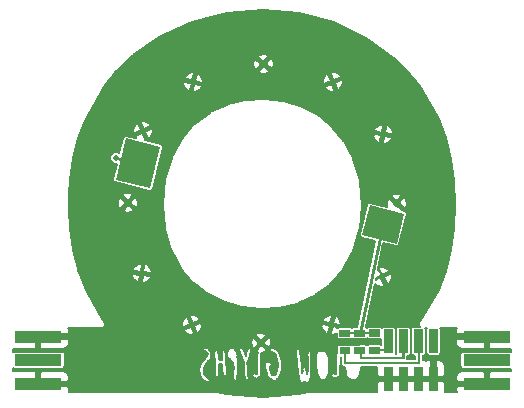
<source format=gbl>
G04 #@! TF.FileFunction,Copper,L2,Bot,Signal*
%FSLAX46Y46*%
G04 Gerber Fmt 4.6, Leading zero omitted, Abs format (unit mm)*
G04 Created by KiCad (PCBNEW 4.0.0-rc2-stable) date 3/3/2016 3:46:29 PM*
%MOMM*%
G01*
G04 APERTURE LIST*
%ADD10C,0.150000*%
%ADD11C,0.500000*%
%ADD12R,4.000000X1.000000*%
%ADD13C,0.600000*%
%ADD14C,0.254000*%
%ADD15C,0.152400*%
G04 APERTURE END LIST*
D10*
D11*
X73838509Y-45208108D03*
X78094242Y-41126732D03*
X79364714Y-34933808D03*
X78193888Y-29058721D03*
X73938524Y-24638914D03*
X68085186Y-23115231D03*
X62140930Y-24649309D03*
X57882758Y-28785849D03*
X56603748Y-34852532D03*
X57778674Y-40840513D03*
X62030100Y-45214738D03*
X67892232Y-46716361D03*
D12*
X86986290Y-50192200D03*
X86986290Y-48192200D03*
X86986290Y-46192200D03*
D13*
X85986290Y-50192200D03*
X85986290Y-48192200D03*
X85986290Y-46192200D03*
D12*
X49020840Y-46192200D03*
X49020840Y-48192200D03*
X49020840Y-50192200D03*
D13*
X50020840Y-46192200D03*
X50020840Y-48192200D03*
X50020840Y-50192200D03*
D10*
G36*
X79355296Y-38320276D02*
X76444009Y-37596115D01*
X77071616Y-35073000D01*
X79982903Y-35797161D01*
X79355296Y-38320276D01*
X79355296Y-38320276D01*
G37*
G36*
X58467424Y-33639808D02*
X55556137Y-32915646D01*
X56425130Y-29422102D01*
X59336417Y-30146264D01*
X58467424Y-33639808D01*
X58467424Y-33639808D01*
G37*
D11*
X55602462Y-31072320D03*
D10*
G36*
X78300495Y-50788689D02*
X78292904Y-48788704D01*
X79052899Y-48785819D01*
X79060490Y-50785804D01*
X78300495Y-50788689D01*
X78300495Y-50788689D01*
G37*
G36*
X79570485Y-50783869D02*
X79562894Y-48783884D01*
X80322889Y-48780999D01*
X80330480Y-50780984D01*
X79570485Y-50783869D01*
X79570485Y-50783869D01*
G37*
G36*
X80840476Y-50779048D02*
X80832885Y-48779063D01*
X81592880Y-48776178D01*
X81600471Y-50776163D01*
X80840476Y-50779048D01*
X80840476Y-50779048D01*
G37*
G36*
X82110467Y-50774228D02*
X82102876Y-48774243D01*
X82862871Y-48771358D01*
X82870462Y-50771343D01*
X82110467Y-50774228D01*
X82110467Y-50774228D01*
G37*
G36*
X78288349Y-47588712D02*
X78280758Y-45588727D01*
X79040753Y-45585842D01*
X79048344Y-47585827D01*
X78288349Y-47588712D01*
X78288349Y-47588712D01*
G37*
G36*
X79558340Y-47583892D02*
X79550749Y-45583907D01*
X80310744Y-45581022D01*
X80318335Y-47581007D01*
X79558340Y-47583892D01*
X79558340Y-47583892D01*
G37*
G36*
X80828331Y-47579071D02*
X80820740Y-45579086D01*
X81580735Y-45576201D01*
X81588326Y-47576186D01*
X80828331Y-47579071D01*
X80828331Y-47579071D01*
G37*
G36*
X82108321Y-47574213D02*
X82100730Y-45574228D01*
X82840725Y-45571419D01*
X82848316Y-47571404D01*
X82108321Y-47574213D01*
X82108321Y-47574213D01*
G37*
G36*
X77018045Y-46193524D02*
X77015768Y-45593528D01*
X77915761Y-45590112D01*
X77918038Y-46190108D01*
X77018045Y-46193524D01*
X77018045Y-46193524D01*
G37*
G36*
X77023738Y-47693513D02*
X77021461Y-47093517D01*
X77921454Y-47090101D01*
X77923731Y-47690097D01*
X77023738Y-47693513D01*
X77023738Y-47693513D01*
G37*
G36*
X75773747Y-47698257D02*
X75771470Y-47098261D01*
X76671463Y-47094845D01*
X76673740Y-47694841D01*
X75773747Y-47698257D01*
X75773747Y-47698257D01*
G37*
G36*
X75768054Y-46198268D02*
X75765777Y-45598272D01*
X76665770Y-45594856D01*
X76668047Y-46194852D01*
X75768054Y-46198268D01*
X75768054Y-46198268D01*
G37*
G36*
X74518063Y-46203013D02*
X74515786Y-45603017D01*
X75415779Y-45599601D01*
X75418056Y-46199597D01*
X74518063Y-46203013D01*
X74518063Y-46203013D01*
G37*
G36*
X74523756Y-47703002D02*
X74521479Y-47103006D01*
X75421472Y-47099590D01*
X75423749Y-47699586D01*
X74523756Y-47703002D01*
X74523756Y-47703002D01*
G37*
G36*
X77672784Y-47441047D02*
X77672025Y-47241049D01*
X78572018Y-47237633D01*
X78572777Y-47437631D01*
X77672784Y-47441047D01*
X77672784Y-47441047D01*
G37*
G36*
X76225262Y-48096547D02*
X76224503Y-47896548D01*
X80024476Y-47882125D01*
X80025235Y-48082124D01*
X76225262Y-48096547D01*
X76225262Y-48096547D01*
G37*
G36*
X74876980Y-48551667D02*
X74876221Y-48351668D01*
X81376174Y-48326997D01*
X81376933Y-48526996D01*
X74876980Y-48551667D01*
X74876980Y-48551667D01*
G37*
G36*
X76224882Y-47996547D02*
X76223364Y-47596550D01*
X76423362Y-47595791D01*
X76424880Y-47995788D01*
X76224882Y-47996547D01*
X76224882Y-47996547D01*
G37*
G36*
X79824856Y-47982883D02*
X79823338Y-47582886D01*
X80023336Y-47582127D01*
X80024854Y-47982124D01*
X79824856Y-47982883D01*
X79824856Y-47982883D01*
G37*
G36*
X81176365Y-48377757D02*
X81173328Y-47577762D01*
X81373327Y-47577003D01*
X81376364Y-48376998D01*
X81176365Y-48377757D01*
X81176365Y-48377757D01*
G37*
G36*
X74876410Y-48401669D02*
X74873373Y-47601674D01*
X75073372Y-47600915D01*
X75076409Y-48400910D01*
X74876410Y-48401669D01*
X74876410Y-48401669D01*
G37*
G36*
X75267298Y-46000167D02*
X75266539Y-45800168D01*
X77266524Y-45792577D01*
X77267283Y-45992576D01*
X75267298Y-46000167D01*
X75267298Y-46000167D01*
G37*
D14*
X57450000Y-31530000D02*
X55600000Y-31070000D01*
X57450000Y-31530000D02*
X55600000Y-31070000D01*
X57450000Y-31530000D02*
X55600000Y-31070000D01*
X57450000Y-31530000D02*
X55600000Y-31070000D01*
X57450000Y-31530000D02*
X55600000Y-31070000D01*
X57450000Y-31530000D02*
X55600000Y-31070000D01*
X57450000Y-31530000D02*
X55600000Y-31070000D01*
X57450000Y-31530000D02*
X55600000Y-31070000D01*
X57450000Y-31530000D02*
X55600000Y-31070000D01*
X78210000Y-36700000D02*
X76270000Y-45900000D01*
X78210000Y-36700000D02*
X76270000Y-45900000D01*
X78210000Y-36700000D02*
X76270000Y-45900000D01*
X78210000Y-36700000D02*
X76270000Y-45900000D01*
X78210000Y-36700000D02*
X76270000Y-45900000D01*
X78210000Y-36700000D02*
X76270000Y-45900000D01*
X78210000Y-36700000D02*
X76270000Y-45900000D01*
X78210000Y-36700000D02*
X76270000Y-45900000D01*
X78210000Y-36700000D02*
X76270000Y-45900000D01*
D15*
G36*
X71081981Y-18805452D02*
X74034116Y-19582848D01*
X76796601Y-20890359D01*
X79248980Y-22692710D01*
X80342778Y-23766977D01*
X81309044Y-24977249D01*
X82937081Y-27809046D01*
X83533805Y-29403570D01*
X83976158Y-31133661D01*
X84232248Y-32995241D01*
X84321126Y-34990065D01*
X84232268Y-37004198D01*
X83966285Y-38875925D01*
X83524109Y-40615153D01*
X82907949Y-42209345D01*
X81288795Y-45010580D01*
X81282857Y-45028044D01*
X81272607Y-45043384D01*
X81265511Y-45079059D01*
X81253801Y-45113498D01*
X81254999Y-45131909D01*
X81251400Y-45150000D01*
X81258496Y-45185673D01*
X81260857Y-45221973D01*
X81269008Y-45238522D01*
X81272607Y-45256616D01*
X81292815Y-45286860D01*
X81308887Y-45319491D01*
X81322751Y-45331662D01*
X81331042Y-45344069D01*
X80819855Y-45346010D01*
X80735203Y-45362271D01*
X80657589Y-45412632D01*
X80605683Y-45489221D01*
X80587664Y-45579971D01*
X80595255Y-47579956D01*
X80611516Y-47664609D01*
X80661877Y-47742223D01*
X80738466Y-47794128D01*
X80829216Y-47812147D01*
X80941137Y-47811722D01*
X80942214Y-48095565D01*
X80254949Y-48098173D01*
X80258311Y-48081239D01*
X80257552Y-47881240D01*
X80257550Y-47881232D01*
X80257297Y-47814318D01*
X80319220Y-47814083D01*
X80403872Y-47797822D01*
X80481486Y-47747461D01*
X80533392Y-47670872D01*
X80551411Y-47580122D01*
X80543820Y-45580137D01*
X80527559Y-45495484D01*
X80477198Y-45417870D01*
X80400609Y-45365965D01*
X80309859Y-45347946D01*
X79549864Y-45350831D01*
X79465212Y-45367092D01*
X79387598Y-45417453D01*
X79335692Y-45494042D01*
X79317673Y-45584792D01*
X79325264Y-47584777D01*
X79338110Y-47651651D01*
X79268122Y-47651916D01*
X79281420Y-47584942D01*
X79273829Y-45584957D01*
X79257568Y-45500304D01*
X79207207Y-45422690D01*
X79130618Y-45370785D01*
X79039868Y-45352766D01*
X78279873Y-45355651D01*
X78195221Y-45371912D01*
X78117607Y-45422273D01*
X78097972Y-45451245D01*
X78082215Y-45426961D01*
X78005626Y-45375055D01*
X77914876Y-45357036D01*
X77014883Y-45360452D01*
X76930231Y-45376713D01*
X76852617Y-45427074D01*
X76840664Y-45444712D01*
X76832224Y-45431705D01*
X76755635Y-45379799D01*
X76743618Y-45377413D01*
X77509964Y-41743192D01*
X77619598Y-41852826D01*
X77643146Y-41829278D01*
X77751026Y-41904953D01*
X78074964Y-41977057D01*
X78224349Y-41967266D01*
X78288780Y-41803833D01*
X78037419Y-41294127D01*
X78000240Y-41312462D01*
X77871333Y-41183555D01*
X78261637Y-41183555D01*
X78512998Y-41693260D01*
X78681881Y-41741635D01*
X78872463Y-41469948D01*
X78944567Y-41146010D01*
X78934776Y-40996625D01*
X78771343Y-40932194D01*
X78261637Y-41183555D01*
X77871333Y-41183555D01*
X77828651Y-41140873D01*
X77585756Y-41383768D01*
X77620034Y-41221214D01*
X77926847Y-41069909D01*
X77908512Y-41032730D01*
X78080101Y-40861141D01*
X77762859Y-40543899D01*
X77782737Y-40449631D01*
X77899704Y-40449631D01*
X78151065Y-40959337D01*
X78660770Y-40707976D01*
X78709145Y-40539093D01*
X78437458Y-40348511D01*
X78113520Y-40276407D01*
X77964135Y-40286198D01*
X77899704Y-40449631D01*
X77782737Y-40449631D01*
X78239626Y-38282942D01*
X79299034Y-38546462D01*
X79385090Y-38551442D01*
X79472680Y-38521638D01*
X79541772Y-38460104D01*
X79581482Y-38376538D01*
X80209089Y-35853423D01*
X80214069Y-35767366D01*
X80184264Y-35679777D01*
X80122731Y-35610685D01*
X80039165Y-35570975D01*
X79798483Y-35511107D01*
X79798313Y-35489058D01*
X79374603Y-35110308D01*
X79321211Y-35170037D01*
X79144157Y-34992983D01*
X79188214Y-34943697D01*
X79166089Y-34923919D01*
X79541214Y-34923919D01*
X79964924Y-35302669D01*
X80139645Y-35284388D01*
X80214819Y-34961148D01*
X80160570Y-34633746D01*
X80095633Y-34498858D01*
X79919964Y-34500209D01*
X79541214Y-34923919D01*
X79166089Y-34923919D01*
X78764504Y-34564947D01*
X78589783Y-34583228D01*
X78514609Y-34906468D01*
X78563911Y-35204017D01*
X77127878Y-34846814D01*
X77041822Y-34841834D01*
X76954232Y-34871638D01*
X76885140Y-34933172D01*
X76845430Y-35016738D01*
X76217823Y-37539853D01*
X76212843Y-37625910D01*
X76242648Y-37713499D01*
X76304181Y-37782591D01*
X76387747Y-37822301D01*
X77549010Y-38111157D01*
X76019558Y-45364229D01*
X75764892Y-45365196D01*
X75680240Y-45381457D01*
X75602626Y-45431818D01*
X75590672Y-45449456D01*
X75582233Y-45436450D01*
X75505644Y-45384544D01*
X75414894Y-45366525D01*
X74514901Y-45369941D01*
X74430249Y-45386202D01*
X74352635Y-45436563D01*
X74338812Y-45456961D01*
X74104100Y-45222249D01*
X73959452Y-45366897D01*
X73929737Y-45359526D01*
X73917503Y-45408846D01*
X73852650Y-45473699D01*
X73891723Y-45512772D01*
X73792909Y-45911124D01*
X73890724Y-46057047D01*
X74211625Y-45972444D01*
X74283900Y-45917446D01*
X74284987Y-46203898D01*
X74301248Y-46288550D01*
X74351609Y-46366164D01*
X74428198Y-46418070D01*
X74518948Y-46436089D01*
X75418941Y-46432673D01*
X75503593Y-46416412D01*
X75581207Y-46366051D01*
X75593161Y-46348413D01*
X75601600Y-46361419D01*
X75678189Y-46413325D01*
X75768939Y-46431344D01*
X76668932Y-46427928D01*
X76753584Y-46411667D01*
X76831198Y-46361306D01*
X76843151Y-46343668D01*
X76851591Y-46356675D01*
X76928180Y-46408581D01*
X77018930Y-46426600D01*
X77918923Y-46423184D01*
X78003575Y-46406923D01*
X78050668Y-46376366D01*
X78052667Y-46903067D01*
X78011319Y-46875044D01*
X77920569Y-46857025D01*
X77020576Y-46860441D01*
X76935924Y-46876702D01*
X76858310Y-46927063D01*
X76846357Y-46944701D01*
X76837917Y-46931694D01*
X76761328Y-46879788D01*
X76670578Y-46861769D01*
X75770585Y-46865185D01*
X75685933Y-46881446D01*
X75608319Y-46931807D01*
X75596365Y-46949445D01*
X75587926Y-46936439D01*
X75511337Y-46884533D01*
X75420587Y-46866514D01*
X74520594Y-46869930D01*
X74435942Y-46886191D01*
X74358328Y-46936552D01*
X74306422Y-47013141D01*
X74288403Y-47103891D01*
X74290035Y-47533813D01*
X74245188Y-47765520D01*
X74243800Y-47780000D01*
X74243800Y-49066645D01*
X74220228Y-49333800D01*
X74194554Y-49333800D01*
X73949079Y-49304343D01*
X73922542Y-49305827D01*
X73895060Y-49318463D01*
X73874659Y-49340795D01*
X73814659Y-49440795D01*
X73806769Y-49458937D01*
X73804344Y-49489087D01*
X73813840Y-49517806D01*
X73853840Y-49587806D01*
X73885922Y-49618155D01*
X74085922Y-49718155D01*
X74124475Y-49726069D01*
X74294475Y-49716069D01*
X74318673Y-49710599D01*
X74343882Y-49693882D01*
X74533882Y-49503882D01*
X74548444Y-49483494D01*
X74556083Y-49454227D01*
X74566055Y-49274724D01*
X74596015Y-48845303D01*
X74596185Y-48841524D01*
X74606185Y-48341524D01*
X74606200Y-48340000D01*
X74606200Y-47935768D01*
X74641561Y-47935634D01*
X74643334Y-48402554D01*
X74643335Y-48402558D01*
X74643904Y-48552552D01*
X74660165Y-48637204D01*
X74710526Y-48714818D01*
X74787115Y-48766724D01*
X74877865Y-48784743D01*
X74956757Y-48784444D01*
X75054772Y-49392134D01*
X75061845Y-49414078D01*
X75161845Y-49614078D01*
X75184938Y-49641448D01*
X75484938Y-49861448D01*
X75522023Y-49875781D01*
X75712023Y-49895781D01*
X75726899Y-49895887D01*
X75836899Y-49885887D01*
X75875202Y-49871345D01*
X76065202Y-49731345D01*
X76087682Y-49705008D01*
X76237682Y-49415008D01*
X76244128Y-49397649D01*
X76344128Y-48977649D01*
X76345766Y-48968118D01*
X76366019Y-48779095D01*
X77708644Y-48773999D01*
X77709149Y-48907125D01*
X77711275Y-49467066D01*
X77857878Y-49612561D01*
X78498223Y-49610130D01*
X78498147Y-49590130D01*
X78853745Y-49588781D01*
X78853821Y-49608780D01*
X79127867Y-49607740D01*
X79127868Y-49607741D01*
X79768213Y-49605310D01*
X79768137Y-49585310D01*
X80123735Y-49583961D01*
X80123811Y-49603960D01*
X80764156Y-49601530D01*
X80764157Y-49601529D01*
X81038204Y-49600489D01*
X81038128Y-49580489D01*
X81393726Y-49579140D01*
X81393802Y-49599139D01*
X81667849Y-49598099D01*
X81667850Y-49598100D01*
X82308195Y-49595669D01*
X82303412Y-48335328D01*
X82302053Y-48333979D01*
X82659009Y-48333979D01*
X82663793Y-49594319D01*
X83304138Y-49591889D01*
X83449633Y-49445286D01*
X83447508Y-48885345D01*
X83446625Y-48652937D01*
X83356872Y-48438558D01*
X83191912Y-48274844D01*
X82976858Y-48186721D01*
X82804504Y-48187375D01*
X82659009Y-48333979D01*
X82302053Y-48333979D01*
X82156808Y-48189834D01*
X81984455Y-48190488D01*
X81845880Y-48248505D01*
X81706867Y-48191541D01*
X81608741Y-48191913D01*
X81607275Y-47805792D01*
X81673863Y-47793001D01*
X81751477Y-47742640D01*
X81803383Y-47666051D01*
X81821402Y-47575301D01*
X81813811Y-45575316D01*
X81797550Y-45490663D01*
X81757279Y-45428600D01*
X81923465Y-45428600D01*
X81885673Y-45484363D01*
X81867654Y-45575113D01*
X81875245Y-47575098D01*
X81891506Y-47659751D01*
X81941867Y-47737365D01*
X82018456Y-47789270D01*
X82109206Y-47807289D01*
X82849201Y-47804480D01*
X82933853Y-47788219D01*
X83011467Y-47737858D01*
X83063373Y-47661269D01*
X83081392Y-47570519D01*
X83073801Y-45570534D01*
X83057540Y-45485881D01*
X83020372Y-45428600D01*
X84463143Y-45428600D01*
X84402090Y-45575995D01*
X84402090Y-45868350D01*
X84548140Y-46014400D01*
X85118370Y-46014400D01*
X85086878Y-46130533D01*
X85117672Y-46370000D01*
X84548140Y-46370000D01*
X84402090Y-46516050D01*
X84402090Y-46808405D01*
X84491029Y-47023123D01*
X84655368Y-47187461D01*
X84870086Y-47276400D01*
X86662440Y-47276400D01*
X86808490Y-47130350D01*
X86808490Y-46538598D01*
X86885702Y-46253867D01*
X86852336Y-45994400D01*
X87164090Y-45994400D01*
X87164090Y-46014400D01*
X87184090Y-46014400D01*
X87184090Y-46370000D01*
X87164090Y-46370000D01*
X87164090Y-47130350D01*
X87310140Y-47276400D01*
X89021400Y-47276400D01*
X89021400Y-47466232D01*
X88986290Y-47459122D01*
X84986290Y-47459122D01*
X84901576Y-47475062D01*
X84823772Y-47525128D01*
X84771575Y-47601520D01*
X84753212Y-47692200D01*
X84753212Y-48692200D01*
X84769152Y-48776914D01*
X84819218Y-48854718D01*
X84895610Y-48906915D01*
X84986290Y-48925278D01*
X88986290Y-48925278D01*
X89021400Y-48918672D01*
X89021400Y-49108000D01*
X87310140Y-49108000D01*
X87164090Y-49254050D01*
X87164090Y-50014400D01*
X87184090Y-50014400D01*
X87184090Y-50370000D01*
X87164090Y-50370000D01*
X87164090Y-50390000D01*
X86848786Y-50390000D01*
X86885702Y-50253867D01*
X86840837Y-49904983D01*
X86808490Y-49826890D01*
X86808490Y-49254050D01*
X86662440Y-49108000D01*
X84870086Y-49108000D01*
X84655368Y-49196939D01*
X84491029Y-49361277D01*
X84402090Y-49575995D01*
X84402090Y-49868350D01*
X84548140Y-50014400D01*
X85118370Y-50014400D01*
X85086878Y-50130533D01*
X85117672Y-50370000D01*
X84548140Y-50370000D01*
X84402090Y-50516050D01*
X84402090Y-50808405D01*
X84428183Y-50871400D01*
X83455046Y-50871400D01*
X83454217Y-50652922D01*
X83452091Y-50092981D01*
X83305488Y-49947486D01*
X82665143Y-49949917D01*
X82665219Y-49969917D01*
X82309621Y-49971266D01*
X82309545Y-49951267D01*
X82035498Y-49952307D01*
X82035497Y-49952306D01*
X81395152Y-49954737D01*
X81395228Y-49974737D01*
X81039630Y-49976086D01*
X81039554Y-49956087D01*
X80399209Y-49958517D01*
X80399208Y-49958518D01*
X80125161Y-49959558D01*
X80125237Y-49979558D01*
X79769639Y-49980907D01*
X79769563Y-49960908D01*
X79495517Y-49961948D01*
X79495516Y-49961947D01*
X78855171Y-49964378D01*
X78855247Y-49984378D01*
X78499649Y-49985727D01*
X78499573Y-49965728D01*
X77859228Y-49968158D01*
X77713733Y-50114761D01*
X77715858Y-50674702D01*
X77716605Y-50871400D01*
X71920000Y-50871400D01*
X71884624Y-50878437D01*
X71848619Y-50880699D01*
X71042669Y-51094325D01*
X68009888Y-51340493D01*
X64947228Y-51094298D01*
X64141381Y-50880700D01*
X64105381Y-50878438D01*
X64070000Y-50871400D01*
X51578947Y-50871400D01*
X51605040Y-50808405D01*
X51605040Y-50516050D01*
X51458990Y-50370000D01*
X50888760Y-50370000D01*
X50920252Y-50253867D01*
X50889458Y-50014400D01*
X51458990Y-50014400D01*
X51605040Y-49868350D01*
X51605040Y-49575995D01*
X51516101Y-49361277D01*
X51351762Y-49196939D01*
X51137044Y-49108000D01*
X49344690Y-49108000D01*
X49198640Y-49254050D01*
X49198640Y-49845802D01*
X49121428Y-50130533D01*
X49154794Y-50390000D01*
X48843040Y-50390000D01*
X48843040Y-50370000D01*
X48823040Y-50370000D01*
X48823040Y-50014400D01*
X48843040Y-50014400D01*
X48843040Y-49254050D01*
X48696990Y-49108000D01*
X46908600Y-49108000D01*
X46908600Y-48950000D01*
X62663800Y-48950000D01*
X62663800Y-49120000D01*
X62663994Y-49125429D01*
X62673994Y-49265429D01*
X62675751Y-49277134D01*
X62735751Y-49537134D01*
X62745210Y-49560108D01*
X62875210Y-49770108D01*
X62889025Y-49786639D01*
X63089025Y-49966639D01*
X63101605Y-49975820D01*
X63221605Y-50045820D01*
X63260000Y-50056200D01*
X63400000Y-50056200D01*
X63412527Y-50055163D01*
X63472527Y-50045163D01*
X63503430Y-50032612D01*
X63524368Y-50010783D01*
X63535163Y-49982527D01*
X63545163Y-49922527D01*
X63546200Y-49910000D01*
X63546200Y-49850000D01*
X63533605Y-49808038D01*
X63512268Y-49786598D01*
X63281960Y-49633059D01*
X63086725Y-49391339D01*
X63026200Y-49235705D01*
X63026200Y-49024221D01*
X63043833Y-48865524D01*
X63341115Y-48386037D01*
X63626463Y-48071170D01*
X63645163Y-48032527D01*
X63675163Y-47852527D01*
X63676200Y-47840000D01*
X63676200Y-47640000D01*
X63672290Y-47615903D01*
X63610957Y-47431904D01*
X63923824Y-47431904D01*
X63953811Y-48631394D01*
X63963800Y-49400528D01*
X63963800Y-49500000D01*
X63964837Y-49512527D01*
X63974837Y-49572527D01*
X63987388Y-49603430D01*
X64009217Y-49624368D01*
X64037473Y-49635163D01*
X64097473Y-49645163D01*
X64110000Y-49646200D01*
X64180000Y-49646200D01*
X64194944Y-49644720D01*
X64244944Y-49634720D01*
X64273430Y-49622612D01*
X64294368Y-49600783D01*
X64305163Y-49572527D01*
X64315163Y-49512527D01*
X64316158Y-49497461D01*
X64296173Y-48897915D01*
X64288059Y-48516551D01*
X64440549Y-48535612D01*
X64450000Y-48536200D01*
X64587041Y-48536200D01*
X64603872Y-48923310D01*
X64604536Y-48930565D01*
X64674536Y-49430565D01*
X64682999Y-49456295D01*
X64702398Y-49479502D01*
X64752398Y-49519502D01*
X64770354Y-49530197D01*
X64800000Y-49536200D01*
X64870000Y-49536200D01*
X64884944Y-49534720D01*
X64934944Y-49524720D01*
X64966775Y-49510154D01*
X64986493Y-49487217D01*
X64995734Y-49458415D01*
X65005734Y-49368415D01*
X65005998Y-49354453D01*
X64905998Y-47984453D01*
X64905687Y-47981170D01*
X64878726Y-47750071D01*
X64994468Y-47750071D01*
X65014468Y-47900071D01*
X65018872Y-47917337D01*
X65035112Y-47942855D01*
X65295112Y-48212855D01*
X65313707Y-48227002D01*
X65517125Y-48337187D01*
X65544013Y-48695699D01*
X65551845Y-48724078D01*
X65579746Y-48779880D01*
X65545615Y-48933470D01*
X65543800Y-48950000D01*
X65543800Y-49770000D01*
X65544837Y-49782527D01*
X65554837Y-49842527D01*
X65567388Y-49873430D01*
X65589217Y-49894368D01*
X65617473Y-49905163D01*
X65677473Y-49915163D01*
X65690000Y-49916200D01*
X65800000Y-49916200D01*
X65824630Y-49912110D01*
X65850745Y-49896846D01*
X65868863Y-49872625D01*
X65876130Y-49843263D01*
X65906012Y-49146011D01*
X65935698Y-48888734D01*
X65930039Y-48849983D01*
X65916832Y-48819166D01*
X65921816Y-48814556D01*
X65934280Y-48786996D01*
X65935041Y-48756758D01*
X65906200Y-48593326D01*
X65906200Y-48030000D01*
X65904720Y-48015056D01*
X65894720Y-47965056D01*
X65874621Y-47926868D01*
X65864900Y-47920226D01*
X65881906Y-47904430D01*
X65894315Y-47876845D01*
X65895013Y-47846605D01*
X65845013Y-47566605D01*
X65834617Y-47539614D01*
X65684617Y-47299614D01*
X65673675Y-47289398D01*
X66013802Y-47289398D01*
X66019571Y-47319090D01*
X66208168Y-47775694D01*
X66414291Y-48452955D01*
X66423845Y-48672684D01*
X66443829Y-49392116D01*
X66444732Y-49401884D01*
X66504732Y-49781884D01*
X66509011Y-49797695D01*
X66525379Y-49823132D01*
X66550354Y-49840197D01*
X66580000Y-49846200D01*
X66680000Y-49846200D01*
X66710017Y-49840039D01*
X66780017Y-49810039D01*
X66807998Y-49789423D01*
X66822657Y-49762964D01*
X66825867Y-49732887D01*
X66803949Y-49499087D01*
X67084344Y-49499087D01*
X67093840Y-49527806D01*
X67133840Y-49597806D01*
X67163278Y-49626768D01*
X67363278Y-49736768D01*
X67378287Y-49743041D01*
X67408415Y-49745734D01*
X67588415Y-49725734D01*
X67608673Y-49720599D01*
X67633882Y-49703882D01*
X67823882Y-49513882D01*
X67838335Y-49493717D01*
X67846069Y-49464475D01*
X67856055Y-49294718D01*
X67886023Y-48855183D01*
X67886200Y-48850000D01*
X67886200Y-48554073D01*
X68174031Y-48554073D01*
X68177710Y-48584097D01*
X68245756Y-48788235D01*
X68344772Y-49402134D01*
X68351845Y-49424078D01*
X68451845Y-49624078D01*
X68472650Y-49649703D01*
X68762650Y-49879703D01*
X68802418Y-49895822D01*
X69002418Y-49915822D01*
X69023631Y-49914971D01*
X69133631Y-49894971D01*
X69165202Y-49881345D01*
X69355202Y-49741345D01*
X69378155Y-49714078D01*
X69518155Y-49434078D01*
X69523823Y-49418885D01*
X69633823Y-48988885D01*
X69635734Y-48978415D01*
X69665734Y-48708415D01*
X69666200Y-48700000D01*
X69666200Y-48660000D01*
X69665707Y-48651348D01*
X69625707Y-48301348D01*
X69624083Y-48292165D01*
X69494083Y-47752165D01*
X69486611Y-47732994D01*
X69294648Y-47387459D01*
X70804166Y-47387459D01*
X70924166Y-48607459D01*
X70924524Y-48610483D01*
X71074524Y-49690483D01*
X71075945Y-49697953D01*
X71155945Y-50027953D01*
X71164165Y-50048370D01*
X71184280Y-50070960D01*
X71224280Y-50100960D01*
X71248104Y-50112986D01*
X71348104Y-50142986D01*
X71370000Y-50146200D01*
X71400000Y-50146200D01*
X71434004Y-50138192D01*
X71457855Y-50119590D01*
X71565511Y-49993991D01*
X71598239Y-50085629D01*
X71606020Y-50101388D01*
X71627163Y-50123019D01*
X71655056Y-50134720D01*
X71705056Y-50144720D01*
X71720000Y-50146200D01*
X71780000Y-50146200D01*
X71794944Y-50144720D01*
X71844944Y-50134720D01*
X71873016Y-50122897D01*
X71894098Y-50101206D01*
X71984098Y-49961206D01*
X71994532Y-49935858D01*
X72094532Y-49465858D01*
X72095976Y-49455844D01*
X72135976Y-48935844D01*
X72136200Y-48930000D01*
X72136200Y-47860000D01*
X72533800Y-47860000D01*
X72533800Y-48410000D01*
X72533845Y-48412626D01*
X72543845Y-48702626D01*
X72544228Y-48708061D01*
X72594228Y-49178061D01*
X72596732Y-49190934D01*
X72696732Y-49540934D01*
X72706598Y-49562268D01*
X72866598Y-49802268D01*
X72886302Y-49822425D01*
X72986302Y-49892425D01*
X73000354Y-49900197D01*
X73030000Y-49906200D01*
X73130000Y-49906200D01*
X73139451Y-49905612D01*
X73219451Y-49895612D01*
X73259221Y-49878170D01*
X73389221Y-49768170D01*
X73406611Y-49747006D01*
X73456611Y-49657006D01*
X73466171Y-49622105D01*
X73460989Y-49592305D01*
X73450532Y-49576054D01*
X73488768Y-49565601D01*
X73511236Y-49545350D01*
X73524055Y-49517953D01*
X73604055Y-49187953D01*
X73605790Y-49177895D01*
X73655790Y-48697895D01*
X73656131Y-48686760D01*
X73636131Y-48216760D01*
X73633652Y-48200460D01*
X73503652Y-47710460D01*
X73493402Y-47687732D01*
X73353402Y-47477732D01*
X73336782Y-47459851D01*
X73246782Y-47389851D01*
X73229646Y-47379803D01*
X73200000Y-47373800D01*
X72960000Y-47373800D01*
X72937271Y-47377269D01*
X72777271Y-47427269D01*
X72740774Y-47452055D01*
X72570774Y-47662055D01*
X72554468Y-47699929D01*
X72534468Y-47849929D01*
X72533800Y-47860000D01*
X72136200Y-47860000D01*
X72136200Y-47790000D01*
X72135678Y-47781097D01*
X72095678Y-47441097D01*
X72090989Y-47422305D01*
X72074621Y-47396868D01*
X72049646Y-47379803D01*
X72020000Y-47373800D01*
X71920000Y-47373800D01*
X71898845Y-47376795D01*
X71872031Y-47390793D01*
X71852776Y-47414120D01*
X71844113Y-47443101D01*
X71835415Y-47538783D01*
X71811845Y-47585922D01*
X71803917Y-47624227D01*
X71833858Y-48163170D01*
X71843800Y-48521072D01*
X71843800Y-48588223D01*
X71823998Y-49013959D01*
X71787932Y-49334046D01*
X71785840Y-49312601D01*
X71784720Y-49305056D01*
X71694720Y-48855056D01*
X71687001Y-48833705D01*
X71667602Y-48810498D01*
X71617602Y-48770498D01*
X71599646Y-48759803D01*
X71570000Y-48753800D01*
X71540000Y-48753800D01*
X71511700Y-48759250D01*
X71461700Y-48779250D01*
X71436606Y-48795636D01*
X71419662Y-48820692D01*
X71369662Y-48940692D01*
X71363800Y-48970000D01*
X71363800Y-49010000D01*
X71371845Y-49044078D01*
X71391162Y-49082712D01*
X71366655Y-49251809D01*
X71305835Y-48632552D01*
X71305630Y-48630701D01*
X71155630Y-47410701D01*
X71146896Y-47383511D01*
X71086896Y-47273511D01*
X71074621Y-47256868D01*
X71049646Y-47239803D01*
X71020000Y-47233800D01*
X70950000Y-47233800D01*
X70925903Y-47237710D01*
X70865903Y-47257710D01*
X70848612Y-47266020D01*
X70826981Y-47287163D01*
X70815280Y-47315056D01*
X70805280Y-47365056D01*
X70804166Y-47387459D01*
X69294648Y-47387459D01*
X69286611Y-47372994D01*
X69263374Y-47347349D01*
X69003374Y-47167349D01*
X68964753Y-47153948D01*
X68804753Y-47143948D01*
X68785056Y-47145280D01*
X68735056Y-47155280D01*
X68708038Y-47166395D01*
X68686598Y-47187732D01*
X68626598Y-47277732D01*
X68614878Y-47307225D01*
X68615827Y-47337458D01*
X68628463Y-47364940D01*
X68650795Y-47385341D01*
X68986881Y-47586993D01*
X69110947Y-47764229D01*
X69264209Y-48243173D01*
X69273800Y-48521321D01*
X69273800Y-48656004D01*
X69234913Y-49025434D01*
X69139265Y-49360200D01*
X69073720Y-49474904D01*
X69058893Y-49483800D01*
X68897913Y-49483800D01*
X68805065Y-49405237D01*
X68675739Y-49035731D01*
X68666200Y-48768652D01*
X68666200Y-48731564D01*
X68783882Y-48613882D01*
X68800197Y-48589646D01*
X68806200Y-48560000D01*
X68806200Y-48520000D01*
X68798155Y-48485922D01*
X68778155Y-48445922D01*
X68755720Y-48419040D01*
X68675720Y-48359040D01*
X68659646Y-48349803D01*
X68630000Y-48343800D01*
X68450000Y-48343800D01*
X68440549Y-48344388D01*
X68360549Y-48354388D01*
X68326302Y-48367575D01*
X68226302Y-48437575D01*
X68212781Y-48449677D01*
X68197710Y-48475903D01*
X68177710Y-48535903D01*
X68174031Y-48554073D01*
X67886200Y-48554073D01*
X67886200Y-47562963D01*
X68192442Y-47512162D01*
X68327318Y-47447199D01*
X68325935Y-47271530D01*
X67902154Y-46892859D01*
X67523483Y-47316640D01*
X67541796Y-47491357D01*
X67579567Y-47500134D01*
X67534772Y-47777866D01*
X67533800Y-47790000D01*
X67533800Y-49075534D01*
X67502239Y-49343800D01*
X67474747Y-49343800D01*
X67239451Y-49314388D01*
X67217795Y-49314784D01*
X67189494Y-49325458D01*
X67167575Y-49346302D01*
X67097575Y-49446302D01*
X67086769Y-49468937D01*
X67084344Y-49499087D01*
X66803949Y-49499087D01*
X66736031Y-48774640D01*
X66717717Y-48390047D01*
X66743882Y-48363882D01*
X66762559Y-48333274D01*
X66932559Y-47803274D01*
X66934013Y-47798126D01*
X67054013Y-47308126D01*
X67056200Y-47290000D01*
X67056200Y-47220000D01*
X67050989Y-47192305D01*
X67034621Y-47166868D01*
X67009646Y-47149803D01*
X66980000Y-47143800D01*
X66920000Y-47143800D01*
X66885922Y-47151845D01*
X66825922Y-47181845D01*
X66804682Y-47197594D01*
X66788652Y-47223244D01*
X66638652Y-47623244D01*
X66636580Y-47629606D01*
X66583133Y-47822016D01*
X66511670Y-47624119D01*
X66509137Y-47617961D01*
X66319137Y-47207961D01*
X66298782Y-47181462D01*
X66238782Y-47131462D01*
X66205304Y-47115353D01*
X66175056Y-47115280D01*
X66125056Y-47125280D01*
X66093035Y-47139994D01*
X66073389Y-47162994D01*
X66023389Y-47252994D01*
X66013802Y-47289398D01*
X65673675Y-47289398D01*
X65655859Y-47272765D01*
X65505859Y-47192765D01*
X65470000Y-47183800D01*
X65310000Y-47183800D01*
X65270795Y-47194659D01*
X65170795Y-47254659D01*
X65143232Y-47283278D01*
X65033232Y-47483278D01*
X65024499Y-47509704D01*
X65010184Y-47614675D01*
X64994499Y-47729704D01*
X64994468Y-47750071D01*
X64878726Y-47750071D01*
X64835687Y-47381170D01*
X64831134Y-47362680D01*
X64814901Y-47337157D01*
X64790017Y-47319961D01*
X64720017Y-47289961D01*
X64690000Y-47283800D01*
X64660000Y-47283800D01*
X64620791Y-47294662D01*
X64598460Y-47315064D01*
X64585826Y-47342547D01*
X64545826Y-47512547D01*
X64543800Y-47530000D01*
X64543800Y-47910000D01*
X64544293Y-47918652D01*
X64574596Y-48183800D01*
X64523172Y-48183800D01*
X64415432Y-48174822D01*
X64295444Y-48134826D01*
X64285180Y-48121995D01*
X64276144Y-47887071D01*
X64275560Y-47880144D01*
X64215560Y-47420144D01*
X64210989Y-47402305D01*
X64194621Y-47376868D01*
X64169646Y-47359803D01*
X64140000Y-47353800D01*
X64000000Y-47353800D01*
X63970539Y-47359726D01*
X63945519Y-47376724D01*
X63929084Y-47402118D01*
X63923824Y-47431904D01*
X63610957Y-47431904D01*
X63602290Y-47405903D01*
X63583882Y-47376118D01*
X63363882Y-47156118D01*
X63348124Y-47144023D01*
X63319451Y-47134388D01*
X63159451Y-47114388D01*
X63150000Y-47113800D01*
X63120000Y-47113800D01*
X63091700Y-47119250D01*
X63041700Y-47139250D01*
X63028038Y-47146395D01*
X63006598Y-47167732D01*
X62946598Y-47257732D01*
X62933800Y-47300000D01*
X62933800Y-47360000D01*
X62939011Y-47387695D01*
X62955379Y-47413132D01*
X62980354Y-47430197D01*
X63010000Y-47436200D01*
X63162799Y-47436200D01*
X63243726Y-47502414D01*
X63346433Y-47647914D01*
X63352832Y-47705513D01*
X63328930Y-47809089D01*
X63070518Y-48191922D01*
X62825073Y-48447185D01*
X62809590Y-48470865D01*
X62689590Y-48760865D01*
X62684388Y-48780549D01*
X62664388Y-48940549D01*
X62663800Y-48950000D01*
X46908600Y-48950000D01*
X46908600Y-48892184D01*
X46930160Y-48906915D01*
X47020840Y-48925278D01*
X51020840Y-48925278D01*
X51105554Y-48909338D01*
X51183358Y-48859272D01*
X51235555Y-48782880D01*
X51253918Y-48692200D01*
X51253918Y-47692200D01*
X51237978Y-47607486D01*
X51187912Y-47529682D01*
X51111520Y-47477485D01*
X51020840Y-47459122D01*
X47020840Y-47459122D01*
X46936126Y-47475062D01*
X46908600Y-47492775D01*
X46908600Y-47276400D01*
X48696990Y-47276400D01*
X48843040Y-47130350D01*
X48843040Y-46370000D01*
X48823040Y-46370000D01*
X48823040Y-46014400D01*
X48843040Y-46014400D01*
X48843040Y-45994400D01*
X49158344Y-45994400D01*
X49121428Y-46130533D01*
X49166293Y-46479417D01*
X49198640Y-46557510D01*
X49198640Y-47130350D01*
X49344690Y-47276400D01*
X51137044Y-47276400D01*
X51351762Y-47187461D01*
X51516101Y-47023123D01*
X51605040Y-46808405D01*
X51605040Y-46689179D01*
X67042122Y-46689179D01*
X67096431Y-47016571D01*
X67161394Y-47151447D01*
X67337063Y-47150064D01*
X67715734Y-46726283D01*
X67693527Y-46706439D01*
X68068730Y-46706439D01*
X68492511Y-47085110D01*
X68667228Y-47066797D01*
X68742342Y-46743543D01*
X68688033Y-46416151D01*
X68623070Y-46281275D01*
X68447401Y-46282658D01*
X68068730Y-46706439D01*
X67693527Y-46706439D01*
X67291953Y-46347612D01*
X67117236Y-46365925D01*
X67042122Y-46689179D01*
X51605040Y-46689179D01*
X51605040Y-46516050D01*
X51458990Y-46370000D01*
X50888760Y-46370000D01*
X50920252Y-46253867D01*
X50889458Y-46014400D01*
X51458990Y-46014400D01*
X51605040Y-45868350D01*
X51605040Y-45747163D01*
X61366814Y-45747163D01*
X61621054Y-45960464D01*
X61937567Y-46060233D01*
X62087241Y-46063360D01*
X62125986Y-45985523D01*
X67457146Y-45985523D01*
X67458529Y-46161192D01*
X67882310Y-46539863D01*
X68260981Y-46116082D01*
X68242668Y-45941365D01*
X67919414Y-45866251D01*
X67592022Y-45920560D01*
X67457146Y-45985523D01*
X62125986Y-45985523D01*
X62165525Y-45906092D01*
X61959054Y-45376610D01*
X61429571Y-45583080D01*
X61366814Y-45747163D01*
X51605040Y-45747163D01*
X51605040Y-45575995D01*
X51543987Y-45428600D01*
X54410000Y-45428600D01*
X54428454Y-45424929D01*
X54447235Y-45426101D01*
X54481300Y-45414418D01*
X54516616Y-45407393D01*
X54532260Y-45396940D01*
X54550060Y-45390835D01*
X54577061Y-45367004D01*
X54607000Y-45347000D01*
X54617453Y-45331356D01*
X54631562Y-45318904D01*
X54647388Y-45286556D01*
X54657194Y-45271879D01*
X61181478Y-45271879D01*
X61338746Y-45350163D01*
X61503841Y-45285784D01*
X62191972Y-45285784D01*
X62398442Y-45815267D01*
X62562525Y-45878024D01*
X62775826Y-45623784D01*
X62875595Y-45307271D01*
X62876575Y-45260323D01*
X72989570Y-45260323D01*
X73074173Y-45581224D01*
X73275140Y-45845321D01*
X73395588Y-45934225D01*
X73550263Y-45850934D01*
X73687091Y-45299336D01*
X73135493Y-45162508D01*
X72989570Y-45260323D01*
X62876575Y-45260323D01*
X62878722Y-45157597D01*
X62796924Y-45116880D01*
X73989927Y-45116880D01*
X74541525Y-45253708D01*
X74687448Y-45155893D01*
X74602845Y-44834992D01*
X74401878Y-44570895D01*
X74281430Y-44481991D01*
X74126755Y-44565282D01*
X73989927Y-45116880D01*
X62796924Y-45116880D01*
X62721454Y-45079313D01*
X62191972Y-45285784D01*
X61503841Y-45285784D01*
X61868228Y-45143692D01*
X61661758Y-44614209D01*
X61497675Y-44551452D01*
X61284374Y-44805692D01*
X61184605Y-45122205D01*
X61181478Y-45271879D01*
X54657194Y-45271879D01*
X54667393Y-45256616D01*
X54671064Y-45238161D01*
X54679333Y-45221259D01*
X54681575Y-45185317D01*
X54688600Y-45150000D01*
X54684929Y-45131546D01*
X54686101Y-45112765D01*
X54674418Y-45078700D01*
X54667393Y-45043384D01*
X54656940Y-45027740D01*
X54650835Y-45009940D01*
X54367874Y-44523384D01*
X61894675Y-44523384D01*
X62101146Y-45052866D01*
X62630629Y-44846396D01*
X62661689Y-44765187D01*
X73112392Y-44765187D01*
X73195683Y-44919862D01*
X73747281Y-45056690D01*
X73884109Y-44505092D01*
X73786294Y-44359169D01*
X73465393Y-44443772D01*
X73201296Y-44644739D01*
X73112392Y-44765187D01*
X62661689Y-44765187D01*
X62693386Y-44682313D01*
X62439146Y-44469012D01*
X62122633Y-44369243D01*
X61972959Y-44366116D01*
X61894675Y-44523384D01*
X54367874Y-44523384D01*
X53021919Y-42209001D01*
X52542467Y-40968512D01*
X56937817Y-40968512D01*
X57050806Y-41280551D01*
X57274607Y-41525598D01*
X57402530Y-41603363D01*
X57491235Y-41544788D01*
X57796187Y-41544788D01*
X57906673Y-41681370D01*
X58218712Y-41568381D01*
X58463759Y-41344580D01*
X58541524Y-41216657D01*
X58444721Y-41070060D01*
X57883090Y-40983157D01*
X57796187Y-41544788D01*
X57491235Y-41544788D01*
X57549127Y-41506560D01*
X57636030Y-40944929D01*
X57074399Y-40858026D01*
X56937817Y-40968512D01*
X52542467Y-40968512D01*
X52452638Y-40736097D01*
X57921318Y-40736097D01*
X58482949Y-40823000D01*
X58619531Y-40712514D01*
X58506542Y-40400475D01*
X58282741Y-40155428D01*
X58154818Y-40077663D01*
X58008221Y-40174466D01*
X57921318Y-40736097D01*
X52452638Y-40736097D01*
X52405891Y-40615151D01*
X52367557Y-40464369D01*
X57015824Y-40464369D01*
X57112627Y-40610966D01*
X57674258Y-40697869D01*
X57761161Y-40136238D01*
X57650675Y-39999656D01*
X57338636Y-40112645D01*
X57093589Y-40336446D01*
X57015824Y-40464369D01*
X52367557Y-40464369D01*
X51963715Y-38875925D01*
X51697732Y-37004197D01*
X51629287Y-35452754D01*
X56234907Y-35452754D01*
X56253193Y-35627475D01*
X56576435Y-35702638D01*
X56903835Y-35648379D01*
X57038722Y-35583437D01*
X57037365Y-35407768D01*
X56613643Y-35029032D01*
X56234907Y-35452754D01*
X51629287Y-35452754D01*
X51608870Y-34989974D01*
X51616103Y-34825219D01*
X55753642Y-34825219D01*
X55807901Y-35152619D01*
X55872843Y-35287506D01*
X56048512Y-35286149D01*
X56427248Y-34862427D01*
X56405108Y-34842637D01*
X56780248Y-34842637D01*
X57203970Y-35221373D01*
X57378691Y-35203087D01*
X57422833Y-35013250D01*
X59582372Y-35013250D01*
X59752372Y-37043250D01*
X59760175Y-37070398D01*
X59762697Y-37098530D01*
X60282697Y-38868530D01*
X60296460Y-38894831D01*
X60305291Y-38923175D01*
X61105291Y-40393175D01*
X61123656Y-40415213D01*
X61137592Y-40440279D01*
X62147592Y-41630279D01*
X62171012Y-41648860D01*
X62190764Y-41671308D01*
X63380764Y-42581308D01*
X63405976Y-42593689D01*
X63428364Y-42610644D01*
X64788364Y-43270644D01*
X64811374Y-43276654D01*
X64832488Y-43287600D01*
X66282489Y-43707600D01*
X66306686Y-43709676D01*
X66329854Y-43716964D01*
X67799854Y-43876964D01*
X67823224Y-43874904D01*
X67846467Y-43878113D01*
X69366467Y-43788113D01*
X69390987Y-43781708D01*
X69416305Y-43780595D01*
X70926304Y-43410595D01*
X70950247Y-43399421D01*
X70975957Y-43393322D01*
X72395957Y-42743322D01*
X72419189Y-42726539D01*
X72445143Y-42714379D01*
X73695143Y-41794379D01*
X73716807Y-41770651D01*
X73742019Y-41750737D01*
X74782019Y-40530737D01*
X74795684Y-40506282D01*
X74813770Y-40484886D01*
X75643770Y-38984886D01*
X75652724Y-38956842D01*
X75666602Y-38930879D01*
X76206602Y-37150879D01*
X76209452Y-37121944D01*
X76217563Y-37094020D01*
X76397563Y-35014020D01*
X76394939Y-34990266D01*
X76397609Y-34966520D01*
X76333024Y-34202889D01*
X78929764Y-34202889D01*
X78931115Y-34378558D01*
X79354825Y-34757308D01*
X79733575Y-34333598D01*
X79715294Y-34158877D01*
X79392054Y-34083703D01*
X79064652Y-34137952D01*
X78929764Y-34202889D01*
X76333024Y-34202889D01*
X76227609Y-32956521D01*
X76219696Y-32929079D01*
X76217059Y-32900645D01*
X75697059Y-31150645D01*
X75683596Y-31125108D01*
X75675086Y-31097521D01*
X74875086Y-29617521D01*
X74856900Y-29595571D01*
X74843151Y-29570599D01*
X74517376Y-29183539D01*
X77352553Y-29183539D01*
X77464361Y-29496003D01*
X77687234Y-29741895D01*
X77814862Y-29820143D01*
X77902027Y-29763058D01*
X78208738Y-29763058D01*
X78318706Y-29900056D01*
X78631170Y-29788248D01*
X78877062Y-29565375D01*
X78955310Y-29437747D01*
X78859063Y-29290784D01*
X78297764Y-29201759D01*
X78208738Y-29763058D01*
X77902027Y-29763058D01*
X77961825Y-29723896D01*
X78050850Y-29162597D01*
X77489551Y-29073571D01*
X77352553Y-29183539D01*
X74517376Y-29183539D01*
X74324892Y-28954845D01*
X78336926Y-28954845D01*
X78898225Y-29043871D01*
X79035223Y-28933903D01*
X78923415Y-28621439D01*
X78700542Y-28375547D01*
X78572914Y-28297299D01*
X78425951Y-28393546D01*
X78336926Y-28954845D01*
X74324892Y-28954845D01*
X74093307Y-28679695D01*
X77432466Y-28679695D01*
X77528713Y-28826658D01*
X78090012Y-28915683D01*
X78179038Y-28354384D01*
X78069070Y-28217386D01*
X77756606Y-28329194D01*
X77510714Y-28552067D01*
X77432466Y-28679695D01*
X74093307Y-28679695D01*
X73833150Y-28370598D01*
X73811049Y-28352915D01*
X73792692Y-28331379D01*
X72602692Y-27391379D01*
X72577924Y-27378728D01*
X72556053Y-27361548D01*
X71196053Y-26671548D01*
X71171642Y-26664709D01*
X71149209Y-26652897D01*
X69699210Y-26222897D01*
X69675075Y-26220672D01*
X69652005Y-26213244D01*
X68182006Y-26043245D01*
X68156794Y-26045297D01*
X68131711Y-26042001D01*
X66611711Y-26142001D01*
X66586446Y-26148777D01*
X66560330Y-26150252D01*
X65050330Y-26540252D01*
X65027355Y-26551325D01*
X65002574Y-26557356D01*
X63582574Y-27217356D01*
X63558940Y-27234640D01*
X63532555Y-27247334D01*
X62282555Y-28187334D01*
X62262889Y-28209324D01*
X62239580Y-28227404D01*
X61189580Y-29437404D01*
X61174750Y-29463404D01*
X61155543Y-29486363D01*
X60335543Y-30986363D01*
X60326879Y-31013986D01*
X60313273Y-31039535D01*
X59773273Y-32829535D01*
X59770488Y-32858261D01*
X59762437Y-32885980D01*
X59582437Y-34965980D01*
X59585049Y-34989622D01*
X59582372Y-35013250D01*
X57422833Y-35013250D01*
X57453854Y-34879845D01*
X57399595Y-34552445D01*
X57334653Y-34417558D01*
X57158984Y-34418915D01*
X56780248Y-34842637D01*
X56405108Y-34842637D01*
X56003526Y-34483691D01*
X55828805Y-34501977D01*
X55753642Y-34825219D01*
X51616103Y-34825219D01*
X51646992Y-34121627D01*
X56168774Y-34121627D01*
X56170131Y-34297296D01*
X56593853Y-34676032D01*
X56972589Y-34252310D01*
X56954303Y-34077589D01*
X56631061Y-34002426D01*
X56303661Y-34056685D01*
X56168774Y-34121627D01*
X51646992Y-34121627D01*
X51697737Y-32965770D01*
X51953337Y-31167102D01*
X55123779Y-31167102D01*
X55196488Y-31343071D01*
X55331003Y-31477820D01*
X55506845Y-31550836D01*
X55655410Y-31550966D01*
X55329951Y-32859384D01*
X55324971Y-32945440D01*
X55354775Y-33033030D01*
X55416309Y-33102122D01*
X55499875Y-33141832D01*
X58411162Y-33865994D01*
X58497219Y-33870974D01*
X58584808Y-33841169D01*
X58653900Y-33779636D01*
X58693610Y-33696070D01*
X59562603Y-30202526D01*
X59567583Y-30116470D01*
X59537779Y-30028880D01*
X59476245Y-29959788D01*
X59392679Y-29920078D01*
X58032508Y-29581745D01*
X58079173Y-29462408D01*
X57826400Y-28953401D01*
X57317393Y-29206174D01*
X57269487Y-29375191D01*
X57306843Y-29401241D01*
X56481392Y-29195916D01*
X56395335Y-29190936D01*
X56307746Y-29220741D01*
X56238654Y-29282274D01*
X56198944Y-29365840D01*
X55875053Y-30667954D01*
X55873921Y-30666820D01*
X55698079Y-30593804D01*
X55507680Y-30593637D01*
X55331711Y-30666346D01*
X55196962Y-30800861D01*
X55123946Y-30976703D01*
X55123779Y-31167102D01*
X51953337Y-31167102D01*
X51963741Y-31093889D01*
X52406029Y-29344396D01*
X52627092Y-28768929D01*
X57032383Y-28768929D01*
X57042588Y-28918286D01*
X57206199Y-28982264D01*
X57488230Y-28842207D01*
X58050310Y-28842207D01*
X58303083Y-29351214D01*
X58472100Y-29399120D01*
X58661928Y-29126906D01*
X58733133Y-28802769D01*
X58722928Y-28653412D01*
X58559317Y-28589434D01*
X58050310Y-28842207D01*
X57488230Y-28842207D01*
X57715206Y-28729491D01*
X57462433Y-28220484D01*
X57293416Y-28172578D01*
X57103588Y-28444792D01*
X57032383Y-28768929D01*
X52627092Y-28768929D01*
X52880490Y-28109290D01*
X57686343Y-28109290D01*
X57939116Y-28618297D01*
X58448123Y-28365524D01*
X58496029Y-28196507D01*
X58223815Y-28006679D01*
X57899678Y-27935474D01*
X57750321Y-27945679D01*
X57686343Y-28109290D01*
X52880490Y-28109290D01*
X53022202Y-27740390D01*
X54670418Y-24888087D01*
X54816565Y-24706864D01*
X61292336Y-24706864D01*
X61378956Y-25027226D01*
X61581581Y-25290053D01*
X61702586Y-25378198D01*
X61749417Y-25352598D01*
X62099754Y-25352598D01*
X62198485Y-25497903D01*
X62518847Y-25411283D01*
X62781674Y-25208658D01*
X62811707Y-25167428D01*
X73272117Y-25167428D01*
X73525098Y-25382220D01*
X73841019Y-25483850D01*
X73990671Y-25487858D01*
X74069879Y-25331053D01*
X73866527Y-24800365D01*
X73335839Y-25003717D01*
X73272117Y-25167428D01*
X62811707Y-25167428D01*
X62869819Y-25087653D01*
X62785556Y-24933505D01*
X62233109Y-24800150D01*
X62099754Y-25352598D01*
X61749417Y-25352598D01*
X61856734Y-25293935D01*
X61990089Y-24741488D01*
X61781186Y-24691061D01*
X73089580Y-24691061D01*
X73246385Y-24770269D01*
X73401291Y-24710911D01*
X74099975Y-24710911D01*
X74303327Y-25241599D01*
X74467038Y-25305321D01*
X74681830Y-25052340D01*
X74783460Y-24736419D01*
X74787468Y-24586767D01*
X74630663Y-24507559D01*
X74099975Y-24710911D01*
X73401291Y-24710911D01*
X73777073Y-24566917D01*
X73573721Y-24036229D01*
X73410010Y-23972507D01*
X73195218Y-24225488D01*
X73093588Y-24541409D01*
X73089580Y-24691061D01*
X61781186Y-24691061D01*
X61437641Y-24608133D01*
X61292336Y-24706864D01*
X54816565Y-24706864D01*
X54937318Y-24557130D01*
X62291771Y-24557130D01*
X62844219Y-24690485D01*
X62989524Y-24591754D01*
X62902904Y-24271392D01*
X62700279Y-24008565D01*
X62579274Y-23920420D01*
X62425126Y-24004683D01*
X62291771Y-24557130D01*
X54937318Y-24557130D01*
X55216483Y-24210965D01*
X61412041Y-24210965D01*
X61496304Y-24365113D01*
X62048751Y-24498468D01*
X62182106Y-23946020D01*
X62083375Y-23800715D01*
X61763013Y-23887335D01*
X61500186Y-24089960D01*
X61412041Y-24210965D01*
X55216483Y-24210965D01*
X55615839Y-23715764D01*
X67716851Y-23715764D01*
X67735285Y-23890469D01*
X68058590Y-23965359D01*
X68170143Y-23946775D01*
X73807169Y-23946775D01*
X74010521Y-24477463D01*
X74541209Y-24274111D01*
X74604931Y-24110400D01*
X74351950Y-23895608D01*
X74036029Y-23793978D01*
X73886377Y-23789970D01*
X73807169Y-23946775D01*
X68170143Y-23946775D01*
X68385944Y-23910824D01*
X68520776Y-23845769D01*
X68519271Y-23670101D01*
X68095230Y-23291722D01*
X67716851Y-23715764D01*
X55615839Y-23715764D01*
X55646742Y-23677445D01*
X56246161Y-23088635D01*
X67235058Y-23088635D01*
X67289593Y-23415989D01*
X67354648Y-23550821D01*
X67530316Y-23549316D01*
X67908695Y-23125275D01*
X67886183Y-23105187D01*
X68261677Y-23105187D01*
X68685719Y-23483566D01*
X68860424Y-23465132D01*
X68935314Y-23141827D01*
X68880779Y-22814473D01*
X68815724Y-22679641D01*
X68640056Y-22681146D01*
X68261677Y-23105187D01*
X67886183Y-23105187D01*
X67484653Y-22746896D01*
X67309948Y-22765330D01*
X67235058Y-23088635D01*
X56246161Y-23088635D01*
X56749937Y-22593776D01*
X57041035Y-22384693D01*
X67649596Y-22384693D01*
X67651101Y-22560361D01*
X68075142Y-22938740D01*
X68453521Y-22514698D01*
X68435087Y-22339993D01*
X68111782Y-22265103D01*
X67784428Y-22319638D01*
X67649596Y-22384693D01*
X57041035Y-22384693D01*
X59230377Y-20812190D01*
X62012825Y-19543866D01*
X64995795Y-18785817D01*
X68058947Y-18539583D01*
X71081981Y-18805452D01*
X71081981Y-18805452D01*
G37*
X71081981Y-18805452D02*
X74034116Y-19582848D01*
X76796601Y-20890359D01*
X79248980Y-22692710D01*
X80342778Y-23766977D01*
X81309044Y-24977249D01*
X82937081Y-27809046D01*
X83533805Y-29403570D01*
X83976158Y-31133661D01*
X84232248Y-32995241D01*
X84321126Y-34990065D01*
X84232268Y-37004198D01*
X83966285Y-38875925D01*
X83524109Y-40615153D01*
X82907949Y-42209345D01*
X81288795Y-45010580D01*
X81282857Y-45028044D01*
X81272607Y-45043384D01*
X81265511Y-45079059D01*
X81253801Y-45113498D01*
X81254999Y-45131909D01*
X81251400Y-45150000D01*
X81258496Y-45185673D01*
X81260857Y-45221973D01*
X81269008Y-45238522D01*
X81272607Y-45256616D01*
X81292815Y-45286860D01*
X81308887Y-45319491D01*
X81322751Y-45331662D01*
X81331042Y-45344069D01*
X80819855Y-45346010D01*
X80735203Y-45362271D01*
X80657589Y-45412632D01*
X80605683Y-45489221D01*
X80587664Y-45579971D01*
X80595255Y-47579956D01*
X80611516Y-47664609D01*
X80661877Y-47742223D01*
X80738466Y-47794128D01*
X80829216Y-47812147D01*
X80941137Y-47811722D01*
X80942214Y-48095565D01*
X80254949Y-48098173D01*
X80258311Y-48081239D01*
X80257552Y-47881240D01*
X80257550Y-47881232D01*
X80257297Y-47814318D01*
X80319220Y-47814083D01*
X80403872Y-47797822D01*
X80481486Y-47747461D01*
X80533392Y-47670872D01*
X80551411Y-47580122D01*
X80543820Y-45580137D01*
X80527559Y-45495484D01*
X80477198Y-45417870D01*
X80400609Y-45365965D01*
X80309859Y-45347946D01*
X79549864Y-45350831D01*
X79465212Y-45367092D01*
X79387598Y-45417453D01*
X79335692Y-45494042D01*
X79317673Y-45584792D01*
X79325264Y-47584777D01*
X79338110Y-47651651D01*
X79268122Y-47651916D01*
X79281420Y-47584942D01*
X79273829Y-45584957D01*
X79257568Y-45500304D01*
X79207207Y-45422690D01*
X79130618Y-45370785D01*
X79039868Y-45352766D01*
X78279873Y-45355651D01*
X78195221Y-45371912D01*
X78117607Y-45422273D01*
X78097972Y-45451245D01*
X78082215Y-45426961D01*
X78005626Y-45375055D01*
X77914876Y-45357036D01*
X77014883Y-45360452D01*
X76930231Y-45376713D01*
X76852617Y-45427074D01*
X76840664Y-45444712D01*
X76832224Y-45431705D01*
X76755635Y-45379799D01*
X76743618Y-45377413D01*
X77509964Y-41743192D01*
X77619598Y-41852826D01*
X77643146Y-41829278D01*
X77751026Y-41904953D01*
X78074964Y-41977057D01*
X78224349Y-41967266D01*
X78288780Y-41803833D01*
X78037419Y-41294127D01*
X78000240Y-41312462D01*
X77871333Y-41183555D01*
X78261637Y-41183555D01*
X78512998Y-41693260D01*
X78681881Y-41741635D01*
X78872463Y-41469948D01*
X78944567Y-41146010D01*
X78934776Y-40996625D01*
X78771343Y-40932194D01*
X78261637Y-41183555D01*
X77871333Y-41183555D01*
X77828651Y-41140873D01*
X77585756Y-41383768D01*
X77620034Y-41221214D01*
X77926847Y-41069909D01*
X77908512Y-41032730D01*
X78080101Y-40861141D01*
X77762859Y-40543899D01*
X77782737Y-40449631D01*
X77899704Y-40449631D01*
X78151065Y-40959337D01*
X78660770Y-40707976D01*
X78709145Y-40539093D01*
X78437458Y-40348511D01*
X78113520Y-40276407D01*
X77964135Y-40286198D01*
X77899704Y-40449631D01*
X77782737Y-40449631D01*
X78239626Y-38282942D01*
X79299034Y-38546462D01*
X79385090Y-38551442D01*
X79472680Y-38521638D01*
X79541772Y-38460104D01*
X79581482Y-38376538D01*
X80209089Y-35853423D01*
X80214069Y-35767366D01*
X80184264Y-35679777D01*
X80122731Y-35610685D01*
X80039165Y-35570975D01*
X79798483Y-35511107D01*
X79798313Y-35489058D01*
X79374603Y-35110308D01*
X79321211Y-35170037D01*
X79144157Y-34992983D01*
X79188214Y-34943697D01*
X79166089Y-34923919D01*
X79541214Y-34923919D01*
X79964924Y-35302669D01*
X80139645Y-35284388D01*
X80214819Y-34961148D01*
X80160570Y-34633746D01*
X80095633Y-34498858D01*
X79919964Y-34500209D01*
X79541214Y-34923919D01*
X79166089Y-34923919D01*
X78764504Y-34564947D01*
X78589783Y-34583228D01*
X78514609Y-34906468D01*
X78563911Y-35204017D01*
X77127878Y-34846814D01*
X77041822Y-34841834D01*
X76954232Y-34871638D01*
X76885140Y-34933172D01*
X76845430Y-35016738D01*
X76217823Y-37539853D01*
X76212843Y-37625910D01*
X76242648Y-37713499D01*
X76304181Y-37782591D01*
X76387747Y-37822301D01*
X77549010Y-38111157D01*
X76019558Y-45364229D01*
X75764892Y-45365196D01*
X75680240Y-45381457D01*
X75602626Y-45431818D01*
X75590672Y-45449456D01*
X75582233Y-45436450D01*
X75505644Y-45384544D01*
X75414894Y-45366525D01*
X74514901Y-45369941D01*
X74430249Y-45386202D01*
X74352635Y-45436563D01*
X74338812Y-45456961D01*
X74104100Y-45222249D01*
X73959452Y-45366897D01*
X73929737Y-45359526D01*
X73917503Y-45408846D01*
X73852650Y-45473699D01*
X73891723Y-45512772D01*
X73792909Y-45911124D01*
X73890724Y-46057047D01*
X74211625Y-45972444D01*
X74283900Y-45917446D01*
X74284987Y-46203898D01*
X74301248Y-46288550D01*
X74351609Y-46366164D01*
X74428198Y-46418070D01*
X74518948Y-46436089D01*
X75418941Y-46432673D01*
X75503593Y-46416412D01*
X75581207Y-46366051D01*
X75593161Y-46348413D01*
X75601600Y-46361419D01*
X75678189Y-46413325D01*
X75768939Y-46431344D01*
X76668932Y-46427928D01*
X76753584Y-46411667D01*
X76831198Y-46361306D01*
X76843151Y-46343668D01*
X76851591Y-46356675D01*
X76928180Y-46408581D01*
X77018930Y-46426600D01*
X77918923Y-46423184D01*
X78003575Y-46406923D01*
X78050668Y-46376366D01*
X78052667Y-46903067D01*
X78011319Y-46875044D01*
X77920569Y-46857025D01*
X77020576Y-46860441D01*
X76935924Y-46876702D01*
X76858310Y-46927063D01*
X76846357Y-46944701D01*
X76837917Y-46931694D01*
X76761328Y-46879788D01*
X76670578Y-46861769D01*
X75770585Y-46865185D01*
X75685933Y-46881446D01*
X75608319Y-46931807D01*
X75596365Y-46949445D01*
X75587926Y-46936439D01*
X75511337Y-46884533D01*
X75420587Y-46866514D01*
X74520594Y-46869930D01*
X74435942Y-46886191D01*
X74358328Y-46936552D01*
X74306422Y-47013141D01*
X74288403Y-47103891D01*
X74290035Y-47533813D01*
X74245188Y-47765520D01*
X74243800Y-47780000D01*
X74243800Y-49066645D01*
X74220228Y-49333800D01*
X74194554Y-49333800D01*
X73949079Y-49304343D01*
X73922542Y-49305827D01*
X73895060Y-49318463D01*
X73874659Y-49340795D01*
X73814659Y-49440795D01*
X73806769Y-49458937D01*
X73804344Y-49489087D01*
X73813840Y-49517806D01*
X73853840Y-49587806D01*
X73885922Y-49618155D01*
X74085922Y-49718155D01*
X74124475Y-49726069D01*
X74294475Y-49716069D01*
X74318673Y-49710599D01*
X74343882Y-49693882D01*
X74533882Y-49503882D01*
X74548444Y-49483494D01*
X74556083Y-49454227D01*
X74566055Y-49274724D01*
X74596015Y-48845303D01*
X74596185Y-48841524D01*
X74606185Y-48341524D01*
X74606200Y-48340000D01*
X74606200Y-47935768D01*
X74641561Y-47935634D01*
X74643334Y-48402554D01*
X74643335Y-48402558D01*
X74643904Y-48552552D01*
X74660165Y-48637204D01*
X74710526Y-48714818D01*
X74787115Y-48766724D01*
X74877865Y-48784743D01*
X74956757Y-48784444D01*
X75054772Y-49392134D01*
X75061845Y-49414078D01*
X75161845Y-49614078D01*
X75184938Y-49641448D01*
X75484938Y-49861448D01*
X75522023Y-49875781D01*
X75712023Y-49895781D01*
X75726899Y-49895887D01*
X75836899Y-49885887D01*
X75875202Y-49871345D01*
X76065202Y-49731345D01*
X76087682Y-49705008D01*
X76237682Y-49415008D01*
X76244128Y-49397649D01*
X76344128Y-48977649D01*
X76345766Y-48968118D01*
X76366019Y-48779095D01*
X77708644Y-48773999D01*
X77709149Y-48907125D01*
X77711275Y-49467066D01*
X77857878Y-49612561D01*
X78498223Y-49610130D01*
X78498147Y-49590130D01*
X78853745Y-49588781D01*
X78853821Y-49608780D01*
X79127867Y-49607740D01*
X79127868Y-49607741D01*
X79768213Y-49605310D01*
X79768137Y-49585310D01*
X80123735Y-49583961D01*
X80123811Y-49603960D01*
X80764156Y-49601530D01*
X80764157Y-49601529D01*
X81038204Y-49600489D01*
X81038128Y-49580489D01*
X81393726Y-49579140D01*
X81393802Y-49599139D01*
X81667849Y-49598099D01*
X81667850Y-49598100D01*
X82308195Y-49595669D01*
X82303412Y-48335328D01*
X82302053Y-48333979D01*
X82659009Y-48333979D01*
X82663793Y-49594319D01*
X83304138Y-49591889D01*
X83449633Y-49445286D01*
X83447508Y-48885345D01*
X83446625Y-48652937D01*
X83356872Y-48438558D01*
X83191912Y-48274844D01*
X82976858Y-48186721D01*
X82804504Y-48187375D01*
X82659009Y-48333979D01*
X82302053Y-48333979D01*
X82156808Y-48189834D01*
X81984455Y-48190488D01*
X81845880Y-48248505D01*
X81706867Y-48191541D01*
X81608741Y-48191913D01*
X81607275Y-47805792D01*
X81673863Y-47793001D01*
X81751477Y-47742640D01*
X81803383Y-47666051D01*
X81821402Y-47575301D01*
X81813811Y-45575316D01*
X81797550Y-45490663D01*
X81757279Y-45428600D01*
X81923465Y-45428600D01*
X81885673Y-45484363D01*
X81867654Y-45575113D01*
X81875245Y-47575098D01*
X81891506Y-47659751D01*
X81941867Y-47737365D01*
X82018456Y-47789270D01*
X82109206Y-47807289D01*
X82849201Y-47804480D01*
X82933853Y-47788219D01*
X83011467Y-47737858D01*
X83063373Y-47661269D01*
X83081392Y-47570519D01*
X83073801Y-45570534D01*
X83057540Y-45485881D01*
X83020372Y-45428600D01*
X84463143Y-45428600D01*
X84402090Y-45575995D01*
X84402090Y-45868350D01*
X84548140Y-46014400D01*
X85118370Y-46014400D01*
X85086878Y-46130533D01*
X85117672Y-46370000D01*
X84548140Y-46370000D01*
X84402090Y-46516050D01*
X84402090Y-46808405D01*
X84491029Y-47023123D01*
X84655368Y-47187461D01*
X84870086Y-47276400D01*
X86662440Y-47276400D01*
X86808490Y-47130350D01*
X86808490Y-46538598D01*
X86885702Y-46253867D01*
X86852336Y-45994400D01*
X87164090Y-45994400D01*
X87164090Y-46014400D01*
X87184090Y-46014400D01*
X87184090Y-46370000D01*
X87164090Y-46370000D01*
X87164090Y-47130350D01*
X87310140Y-47276400D01*
X89021400Y-47276400D01*
X89021400Y-47466232D01*
X88986290Y-47459122D01*
X84986290Y-47459122D01*
X84901576Y-47475062D01*
X84823772Y-47525128D01*
X84771575Y-47601520D01*
X84753212Y-47692200D01*
X84753212Y-48692200D01*
X84769152Y-48776914D01*
X84819218Y-48854718D01*
X84895610Y-48906915D01*
X84986290Y-48925278D01*
X88986290Y-48925278D01*
X89021400Y-48918672D01*
X89021400Y-49108000D01*
X87310140Y-49108000D01*
X87164090Y-49254050D01*
X87164090Y-50014400D01*
X87184090Y-50014400D01*
X87184090Y-50370000D01*
X87164090Y-50370000D01*
X87164090Y-50390000D01*
X86848786Y-50390000D01*
X86885702Y-50253867D01*
X86840837Y-49904983D01*
X86808490Y-49826890D01*
X86808490Y-49254050D01*
X86662440Y-49108000D01*
X84870086Y-49108000D01*
X84655368Y-49196939D01*
X84491029Y-49361277D01*
X84402090Y-49575995D01*
X84402090Y-49868350D01*
X84548140Y-50014400D01*
X85118370Y-50014400D01*
X85086878Y-50130533D01*
X85117672Y-50370000D01*
X84548140Y-50370000D01*
X84402090Y-50516050D01*
X84402090Y-50808405D01*
X84428183Y-50871400D01*
X83455046Y-50871400D01*
X83454217Y-50652922D01*
X83452091Y-50092981D01*
X83305488Y-49947486D01*
X82665143Y-49949917D01*
X82665219Y-49969917D01*
X82309621Y-49971266D01*
X82309545Y-49951267D01*
X82035498Y-49952307D01*
X82035497Y-49952306D01*
X81395152Y-49954737D01*
X81395228Y-49974737D01*
X81039630Y-49976086D01*
X81039554Y-49956087D01*
X80399209Y-49958517D01*
X80399208Y-49958518D01*
X80125161Y-49959558D01*
X80125237Y-49979558D01*
X79769639Y-49980907D01*
X79769563Y-49960908D01*
X79495517Y-49961948D01*
X79495516Y-49961947D01*
X78855171Y-49964378D01*
X78855247Y-49984378D01*
X78499649Y-49985727D01*
X78499573Y-49965728D01*
X77859228Y-49968158D01*
X77713733Y-50114761D01*
X77715858Y-50674702D01*
X77716605Y-50871400D01*
X71920000Y-50871400D01*
X71884624Y-50878437D01*
X71848619Y-50880699D01*
X71042669Y-51094325D01*
X68009888Y-51340493D01*
X64947228Y-51094298D01*
X64141381Y-50880700D01*
X64105381Y-50878438D01*
X64070000Y-50871400D01*
X51578947Y-50871400D01*
X51605040Y-50808405D01*
X51605040Y-50516050D01*
X51458990Y-50370000D01*
X50888760Y-50370000D01*
X50920252Y-50253867D01*
X50889458Y-50014400D01*
X51458990Y-50014400D01*
X51605040Y-49868350D01*
X51605040Y-49575995D01*
X51516101Y-49361277D01*
X51351762Y-49196939D01*
X51137044Y-49108000D01*
X49344690Y-49108000D01*
X49198640Y-49254050D01*
X49198640Y-49845802D01*
X49121428Y-50130533D01*
X49154794Y-50390000D01*
X48843040Y-50390000D01*
X48843040Y-50370000D01*
X48823040Y-50370000D01*
X48823040Y-50014400D01*
X48843040Y-50014400D01*
X48843040Y-49254050D01*
X48696990Y-49108000D01*
X46908600Y-49108000D01*
X46908600Y-48950000D01*
X62663800Y-48950000D01*
X62663800Y-49120000D01*
X62663994Y-49125429D01*
X62673994Y-49265429D01*
X62675751Y-49277134D01*
X62735751Y-49537134D01*
X62745210Y-49560108D01*
X62875210Y-49770108D01*
X62889025Y-49786639D01*
X63089025Y-49966639D01*
X63101605Y-49975820D01*
X63221605Y-50045820D01*
X63260000Y-50056200D01*
X63400000Y-50056200D01*
X63412527Y-50055163D01*
X63472527Y-50045163D01*
X63503430Y-50032612D01*
X63524368Y-50010783D01*
X63535163Y-49982527D01*
X63545163Y-49922527D01*
X63546200Y-49910000D01*
X63546200Y-49850000D01*
X63533605Y-49808038D01*
X63512268Y-49786598D01*
X63281960Y-49633059D01*
X63086725Y-49391339D01*
X63026200Y-49235705D01*
X63026200Y-49024221D01*
X63043833Y-48865524D01*
X63341115Y-48386037D01*
X63626463Y-48071170D01*
X63645163Y-48032527D01*
X63675163Y-47852527D01*
X63676200Y-47840000D01*
X63676200Y-47640000D01*
X63672290Y-47615903D01*
X63610957Y-47431904D01*
X63923824Y-47431904D01*
X63953811Y-48631394D01*
X63963800Y-49400528D01*
X63963800Y-49500000D01*
X63964837Y-49512527D01*
X63974837Y-49572527D01*
X63987388Y-49603430D01*
X64009217Y-49624368D01*
X64037473Y-49635163D01*
X64097473Y-49645163D01*
X64110000Y-49646200D01*
X64180000Y-49646200D01*
X64194944Y-49644720D01*
X64244944Y-49634720D01*
X64273430Y-49622612D01*
X64294368Y-49600783D01*
X64305163Y-49572527D01*
X64315163Y-49512527D01*
X64316158Y-49497461D01*
X64296173Y-48897915D01*
X64288059Y-48516551D01*
X64440549Y-48535612D01*
X64450000Y-48536200D01*
X64587041Y-48536200D01*
X64603872Y-48923310D01*
X64604536Y-48930565D01*
X64674536Y-49430565D01*
X64682999Y-49456295D01*
X64702398Y-49479502D01*
X64752398Y-49519502D01*
X64770354Y-49530197D01*
X64800000Y-49536200D01*
X64870000Y-49536200D01*
X64884944Y-49534720D01*
X64934944Y-49524720D01*
X64966775Y-49510154D01*
X64986493Y-49487217D01*
X64995734Y-49458415D01*
X65005734Y-49368415D01*
X65005998Y-49354453D01*
X64905998Y-47984453D01*
X64905687Y-47981170D01*
X64878726Y-47750071D01*
X64994468Y-47750071D01*
X65014468Y-47900071D01*
X65018872Y-47917337D01*
X65035112Y-47942855D01*
X65295112Y-48212855D01*
X65313707Y-48227002D01*
X65517125Y-48337187D01*
X65544013Y-48695699D01*
X65551845Y-48724078D01*
X65579746Y-48779880D01*
X65545615Y-48933470D01*
X65543800Y-48950000D01*
X65543800Y-49770000D01*
X65544837Y-49782527D01*
X65554837Y-49842527D01*
X65567388Y-49873430D01*
X65589217Y-49894368D01*
X65617473Y-49905163D01*
X65677473Y-49915163D01*
X65690000Y-49916200D01*
X65800000Y-49916200D01*
X65824630Y-49912110D01*
X65850745Y-49896846D01*
X65868863Y-49872625D01*
X65876130Y-49843263D01*
X65906012Y-49146011D01*
X65935698Y-48888734D01*
X65930039Y-48849983D01*
X65916832Y-48819166D01*
X65921816Y-48814556D01*
X65934280Y-48786996D01*
X65935041Y-48756758D01*
X65906200Y-48593326D01*
X65906200Y-48030000D01*
X65904720Y-48015056D01*
X65894720Y-47965056D01*
X65874621Y-47926868D01*
X65864900Y-47920226D01*
X65881906Y-47904430D01*
X65894315Y-47876845D01*
X65895013Y-47846605D01*
X65845013Y-47566605D01*
X65834617Y-47539614D01*
X65684617Y-47299614D01*
X65673675Y-47289398D01*
X66013802Y-47289398D01*
X66019571Y-47319090D01*
X66208168Y-47775694D01*
X66414291Y-48452955D01*
X66423845Y-48672684D01*
X66443829Y-49392116D01*
X66444732Y-49401884D01*
X66504732Y-49781884D01*
X66509011Y-49797695D01*
X66525379Y-49823132D01*
X66550354Y-49840197D01*
X66580000Y-49846200D01*
X66680000Y-49846200D01*
X66710017Y-49840039D01*
X66780017Y-49810039D01*
X66807998Y-49789423D01*
X66822657Y-49762964D01*
X66825867Y-49732887D01*
X66803949Y-49499087D01*
X67084344Y-49499087D01*
X67093840Y-49527806D01*
X67133840Y-49597806D01*
X67163278Y-49626768D01*
X67363278Y-49736768D01*
X67378287Y-49743041D01*
X67408415Y-49745734D01*
X67588415Y-49725734D01*
X67608673Y-49720599D01*
X67633882Y-49703882D01*
X67823882Y-49513882D01*
X67838335Y-49493717D01*
X67846069Y-49464475D01*
X67856055Y-49294718D01*
X67886023Y-48855183D01*
X67886200Y-48850000D01*
X67886200Y-48554073D01*
X68174031Y-48554073D01*
X68177710Y-48584097D01*
X68245756Y-48788235D01*
X68344772Y-49402134D01*
X68351845Y-49424078D01*
X68451845Y-49624078D01*
X68472650Y-49649703D01*
X68762650Y-49879703D01*
X68802418Y-49895822D01*
X69002418Y-49915822D01*
X69023631Y-49914971D01*
X69133631Y-49894971D01*
X69165202Y-49881345D01*
X69355202Y-49741345D01*
X69378155Y-49714078D01*
X69518155Y-49434078D01*
X69523823Y-49418885D01*
X69633823Y-48988885D01*
X69635734Y-48978415D01*
X69665734Y-48708415D01*
X69666200Y-48700000D01*
X69666200Y-48660000D01*
X69665707Y-48651348D01*
X69625707Y-48301348D01*
X69624083Y-48292165D01*
X69494083Y-47752165D01*
X69486611Y-47732994D01*
X69294648Y-47387459D01*
X70804166Y-47387459D01*
X70924166Y-48607459D01*
X70924524Y-48610483D01*
X71074524Y-49690483D01*
X71075945Y-49697953D01*
X71155945Y-50027953D01*
X71164165Y-50048370D01*
X71184280Y-50070960D01*
X71224280Y-50100960D01*
X71248104Y-50112986D01*
X71348104Y-50142986D01*
X71370000Y-50146200D01*
X71400000Y-50146200D01*
X71434004Y-50138192D01*
X71457855Y-50119590D01*
X71565511Y-49993991D01*
X71598239Y-50085629D01*
X71606020Y-50101388D01*
X71627163Y-50123019D01*
X71655056Y-50134720D01*
X71705056Y-50144720D01*
X71720000Y-50146200D01*
X71780000Y-50146200D01*
X71794944Y-50144720D01*
X71844944Y-50134720D01*
X71873016Y-50122897D01*
X71894098Y-50101206D01*
X71984098Y-49961206D01*
X71994532Y-49935858D01*
X72094532Y-49465858D01*
X72095976Y-49455844D01*
X72135976Y-48935844D01*
X72136200Y-48930000D01*
X72136200Y-47860000D01*
X72533800Y-47860000D01*
X72533800Y-48410000D01*
X72533845Y-48412626D01*
X72543845Y-48702626D01*
X72544228Y-48708061D01*
X72594228Y-49178061D01*
X72596732Y-49190934D01*
X72696732Y-49540934D01*
X72706598Y-49562268D01*
X72866598Y-49802268D01*
X72886302Y-49822425D01*
X72986302Y-49892425D01*
X73000354Y-49900197D01*
X73030000Y-49906200D01*
X73130000Y-49906200D01*
X73139451Y-49905612D01*
X73219451Y-49895612D01*
X73259221Y-49878170D01*
X73389221Y-49768170D01*
X73406611Y-49747006D01*
X73456611Y-49657006D01*
X73466171Y-49622105D01*
X73460989Y-49592305D01*
X73450532Y-49576054D01*
X73488768Y-49565601D01*
X73511236Y-49545350D01*
X73524055Y-49517953D01*
X73604055Y-49187953D01*
X73605790Y-49177895D01*
X73655790Y-48697895D01*
X73656131Y-48686760D01*
X73636131Y-48216760D01*
X73633652Y-48200460D01*
X73503652Y-47710460D01*
X73493402Y-47687732D01*
X73353402Y-47477732D01*
X73336782Y-47459851D01*
X73246782Y-47389851D01*
X73229646Y-47379803D01*
X73200000Y-47373800D01*
X72960000Y-47373800D01*
X72937271Y-47377269D01*
X72777271Y-47427269D01*
X72740774Y-47452055D01*
X72570774Y-47662055D01*
X72554468Y-47699929D01*
X72534468Y-47849929D01*
X72533800Y-47860000D01*
X72136200Y-47860000D01*
X72136200Y-47790000D01*
X72135678Y-47781097D01*
X72095678Y-47441097D01*
X72090989Y-47422305D01*
X72074621Y-47396868D01*
X72049646Y-47379803D01*
X72020000Y-47373800D01*
X71920000Y-47373800D01*
X71898845Y-47376795D01*
X71872031Y-47390793D01*
X71852776Y-47414120D01*
X71844113Y-47443101D01*
X71835415Y-47538783D01*
X71811845Y-47585922D01*
X71803917Y-47624227D01*
X71833858Y-48163170D01*
X71843800Y-48521072D01*
X71843800Y-48588223D01*
X71823998Y-49013959D01*
X71787932Y-49334046D01*
X71785840Y-49312601D01*
X71784720Y-49305056D01*
X71694720Y-48855056D01*
X71687001Y-48833705D01*
X71667602Y-48810498D01*
X71617602Y-48770498D01*
X71599646Y-48759803D01*
X71570000Y-48753800D01*
X71540000Y-48753800D01*
X71511700Y-48759250D01*
X71461700Y-48779250D01*
X71436606Y-48795636D01*
X71419662Y-48820692D01*
X71369662Y-48940692D01*
X71363800Y-48970000D01*
X71363800Y-49010000D01*
X71371845Y-49044078D01*
X71391162Y-49082712D01*
X71366655Y-49251809D01*
X71305835Y-48632552D01*
X71305630Y-48630701D01*
X71155630Y-47410701D01*
X71146896Y-47383511D01*
X71086896Y-47273511D01*
X71074621Y-47256868D01*
X71049646Y-47239803D01*
X71020000Y-47233800D01*
X70950000Y-47233800D01*
X70925903Y-47237710D01*
X70865903Y-47257710D01*
X70848612Y-47266020D01*
X70826981Y-47287163D01*
X70815280Y-47315056D01*
X70805280Y-47365056D01*
X70804166Y-47387459D01*
X69294648Y-47387459D01*
X69286611Y-47372994D01*
X69263374Y-47347349D01*
X69003374Y-47167349D01*
X68964753Y-47153948D01*
X68804753Y-47143948D01*
X68785056Y-47145280D01*
X68735056Y-47155280D01*
X68708038Y-47166395D01*
X68686598Y-47187732D01*
X68626598Y-47277732D01*
X68614878Y-47307225D01*
X68615827Y-47337458D01*
X68628463Y-47364940D01*
X68650795Y-47385341D01*
X68986881Y-47586993D01*
X69110947Y-47764229D01*
X69264209Y-48243173D01*
X69273800Y-48521321D01*
X69273800Y-48656004D01*
X69234913Y-49025434D01*
X69139265Y-49360200D01*
X69073720Y-49474904D01*
X69058893Y-49483800D01*
X68897913Y-49483800D01*
X68805065Y-49405237D01*
X68675739Y-49035731D01*
X68666200Y-48768652D01*
X68666200Y-48731564D01*
X68783882Y-48613882D01*
X68800197Y-48589646D01*
X68806200Y-48560000D01*
X68806200Y-48520000D01*
X68798155Y-48485922D01*
X68778155Y-48445922D01*
X68755720Y-48419040D01*
X68675720Y-48359040D01*
X68659646Y-48349803D01*
X68630000Y-48343800D01*
X68450000Y-48343800D01*
X68440549Y-48344388D01*
X68360549Y-48354388D01*
X68326302Y-48367575D01*
X68226302Y-48437575D01*
X68212781Y-48449677D01*
X68197710Y-48475903D01*
X68177710Y-48535903D01*
X68174031Y-48554073D01*
X67886200Y-48554073D01*
X67886200Y-47562963D01*
X68192442Y-47512162D01*
X68327318Y-47447199D01*
X68325935Y-47271530D01*
X67902154Y-46892859D01*
X67523483Y-47316640D01*
X67541796Y-47491357D01*
X67579567Y-47500134D01*
X67534772Y-47777866D01*
X67533800Y-47790000D01*
X67533800Y-49075534D01*
X67502239Y-49343800D01*
X67474747Y-49343800D01*
X67239451Y-49314388D01*
X67217795Y-49314784D01*
X67189494Y-49325458D01*
X67167575Y-49346302D01*
X67097575Y-49446302D01*
X67086769Y-49468937D01*
X67084344Y-49499087D01*
X66803949Y-49499087D01*
X66736031Y-48774640D01*
X66717717Y-48390047D01*
X66743882Y-48363882D01*
X66762559Y-48333274D01*
X66932559Y-47803274D01*
X66934013Y-47798126D01*
X67054013Y-47308126D01*
X67056200Y-47290000D01*
X67056200Y-47220000D01*
X67050989Y-47192305D01*
X67034621Y-47166868D01*
X67009646Y-47149803D01*
X66980000Y-47143800D01*
X66920000Y-47143800D01*
X66885922Y-47151845D01*
X66825922Y-47181845D01*
X66804682Y-47197594D01*
X66788652Y-47223244D01*
X66638652Y-47623244D01*
X66636580Y-47629606D01*
X66583133Y-47822016D01*
X66511670Y-47624119D01*
X66509137Y-47617961D01*
X66319137Y-47207961D01*
X66298782Y-47181462D01*
X66238782Y-47131462D01*
X66205304Y-47115353D01*
X66175056Y-47115280D01*
X66125056Y-47125280D01*
X66093035Y-47139994D01*
X66073389Y-47162994D01*
X66023389Y-47252994D01*
X66013802Y-47289398D01*
X65673675Y-47289398D01*
X65655859Y-47272765D01*
X65505859Y-47192765D01*
X65470000Y-47183800D01*
X65310000Y-47183800D01*
X65270795Y-47194659D01*
X65170795Y-47254659D01*
X65143232Y-47283278D01*
X65033232Y-47483278D01*
X65024499Y-47509704D01*
X65010184Y-47614675D01*
X64994499Y-47729704D01*
X64994468Y-47750071D01*
X64878726Y-47750071D01*
X64835687Y-47381170D01*
X64831134Y-47362680D01*
X64814901Y-47337157D01*
X64790017Y-47319961D01*
X64720017Y-47289961D01*
X64690000Y-47283800D01*
X64660000Y-47283800D01*
X64620791Y-47294662D01*
X64598460Y-47315064D01*
X64585826Y-47342547D01*
X64545826Y-47512547D01*
X64543800Y-47530000D01*
X64543800Y-47910000D01*
X64544293Y-47918652D01*
X64574596Y-48183800D01*
X64523172Y-48183800D01*
X64415432Y-48174822D01*
X64295444Y-48134826D01*
X64285180Y-48121995D01*
X64276144Y-47887071D01*
X64275560Y-47880144D01*
X64215560Y-47420144D01*
X64210989Y-47402305D01*
X64194621Y-47376868D01*
X64169646Y-47359803D01*
X64140000Y-47353800D01*
X64000000Y-47353800D01*
X63970539Y-47359726D01*
X63945519Y-47376724D01*
X63929084Y-47402118D01*
X63923824Y-47431904D01*
X63610957Y-47431904D01*
X63602290Y-47405903D01*
X63583882Y-47376118D01*
X63363882Y-47156118D01*
X63348124Y-47144023D01*
X63319451Y-47134388D01*
X63159451Y-47114388D01*
X63150000Y-47113800D01*
X63120000Y-47113800D01*
X63091700Y-47119250D01*
X63041700Y-47139250D01*
X63028038Y-47146395D01*
X63006598Y-47167732D01*
X62946598Y-47257732D01*
X62933800Y-47300000D01*
X62933800Y-47360000D01*
X62939011Y-47387695D01*
X62955379Y-47413132D01*
X62980354Y-47430197D01*
X63010000Y-47436200D01*
X63162799Y-47436200D01*
X63243726Y-47502414D01*
X63346433Y-47647914D01*
X63352832Y-47705513D01*
X63328930Y-47809089D01*
X63070518Y-48191922D01*
X62825073Y-48447185D01*
X62809590Y-48470865D01*
X62689590Y-48760865D01*
X62684388Y-48780549D01*
X62664388Y-48940549D01*
X62663800Y-48950000D01*
X46908600Y-48950000D01*
X46908600Y-48892184D01*
X46930160Y-48906915D01*
X47020840Y-48925278D01*
X51020840Y-48925278D01*
X51105554Y-48909338D01*
X51183358Y-48859272D01*
X51235555Y-48782880D01*
X51253918Y-48692200D01*
X51253918Y-47692200D01*
X51237978Y-47607486D01*
X51187912Y-47529682D01*
X51111520Y-47477485D01*
X51020840Y-47459122D01*
X47020840Y-47459122D01*
X46936126Y-47475062D01*
X46908600Y-47492775D01*
X46908600Y-47276400D01*
X48696990Y-47276400D01*
X48843040Y-47130350D01*
X48843040Y-46370000D01*
X48823040Y-46370000D01*
X48823040Y-46014400D01*
X48843040Y-46014400D01*
X48843040Y-45994400D01*
X49158344Y-45994400D01*
X49121428Y-46130533D01*
X49166293Y-46479417D01*
X49198640Y-46557510D01*
X49198640Y-47130350D01*
X49344690Y-47276400D01*
X51137044Y-47276400D01*
X51351762Y-47187461D01*
X51516101Y-47023123D01*
X51605040Y-46808405D01*
X51605040Y-46689179D01*
X67042122Y-46689179D01*
X67096431Y-47016571D01*
X67161394Y-47151447D01*
X67337063Y-47150064D01*
X67715734Y-46726283D01*
X67693527Y-46706439D01*
X68068730Y-46706439D01*
X68492511Y-47085110D01*
X68667228Y-47066797D01*
X68742342Y-46743543D01*
X68688033Y-46416151D01*
X68623070Y-46281275D01*
X68447401Y-46282658D01*
X68068730Y-46706439D01*
X67693527Y-46706439D01*
X67291953Y-46347612D01*
X67117236Y-46365925D01*
X67042122Y-46689179D01*
X51605040Y-46689179D01*
X51605040Y-46516050D01*
X51458990Y-46370000D01*
X50888760Y-46370000D01*
X50920252Y-46253867D01*
X50889458Y-46014400D01*
X51458990Y-46014400D01*
X51605040Y-45868350D01*
X51605040Y-45747163D01*
X61366814Y-45747163D01*
X61621054Y-45960464D01*
X61937567Y-46060233D01*
X62087241Y-46063360D01*
X62125986Y-45985523D01*
X67457146Y-45985523D01*
X67458529Y-46161192D01*
X67882310Y-46539863D01*
X68260981Y-46116082D01*
X68242668Y-45941365D01*
X67919414Y-45866251D01*
X67592022Y-45920560D01*
X67457146Y-45985523D01*
X62125986Y-45985523D01*
X62165525Y-45906092D01*
X61959054Y-45376610D01*
X61429571Y-45583080D01*
X61366814Y-45747163D01*
X51605040Y-45747163D01*
X51605040Y-45575995D01*
X51543987Y-45428600D01*
X54410000Y-45428600D01*
X54428454Y-45424929D01*
X54447235Y-45426101D01*
X54481300Y-45414418D01*
X54516616Y-45407393D01*
X54532260Y-45396940D01*
X54550060Y-45390835D01*
X54577061Y-45367004D01*
X54607000Y-45347000D01*
X54617453Y-45331356D01*
X54631562Y-45318904D01*
X54647388Y-45286556D01*
X54657194Y-45271879D01*
X61181478Y-45271879D01*
X61338746Y-45350163D01*
X61503841Y-45285784D01*
X62191972Y-45285784D01*
X62398442Y-45815267D01*
X62562525Y-45878024D01*
X62775826Y-45623784D01*
X62875595Y-45307271D01*
X62876575Y-45260323D01*
X72989570Y-45260323D01*
X73074173Y-45581224D01*
X73275140Y-45845321D01*
X73395588Y-45934225D01*
X73550263Y-45850934D01*
X73687091Y-45299336D01*
X73135493Y-45162508D01*
X72989570Y-45260323D01*
X62876575Y-45260323D01*
X62878722Y-45157597D01*
X62796924Y-45116880D01*
X73989927Y-45116880D01*
X74541525Y-45253708D01*
X74687448Y-45155893D01*
X74602845Y-44834992D01*
X74401878Y-44570895D01*
X74281430Y-44481991D01*
X74126755Y-44565282D01*
X73989927Y-45116880D01*
X62796924Y-45116880D01*
X62721454Y-45079313D01*
X62191972Y-45285784D01*
X61503841Y-45285784D01*
X61868228Y-45143692D01*
X61661758Y-44614209D01*
X61497675Y-44551452D01*
X61284374Y-44805692D01*
X61184605Y-45122205D01*
X61181478Y-45271879D01*
X54657194Y-45271879D01*
X54667393Y-45256616D01*
X54671064Y-45238161D01*
X54679333Y-45221259D01*
X54681575Y-45185317D01*
X54688600Y-45150000D01*
X54684929Y-45131546D01*
X54686101Y-45112765D01*
X54674418Y-45078700D01*
X54667393Y-45043384D01*
X54656940Y-45027740D01*
X54650835Y-45009940D01*
X54367874Y-44523384D01*
X61894675Y-44523384D01*
X62101146Y-45052866D01*
X62630629Y-44846396D01*
X62661689Y-44765187D01*
X73112392Y-44765187D01*
X73195683Y-44919862D01*
X73747281Y-45056690D01*
X73884109Y-44505092D01*
X73786294Y-44359169D01*
X73465393Y-44443772D01*
X73201296Y-44644739D01*
X73112392Y-44765187D01*
X62661689Y-44765187D01*
X62693386Y-44682313D01*
X62439146Y-44469012D01*
X62122633Y-44369243D01*
X61972959Y-44366116D01*
X61894675Y-44523384D01*
X54367874Y-44523384D01*
X53021919Y-42209001D01*
X52542467Y-40968512D01*
X56937817Y-40968512D01*
X57050806Y-41280551D01*
X57274607Y-41525598D01*
X57402530Y-41603363D01*
X57491235Y-41544788D01*
X57796187Y-41544788D01*
X57906673Y-41681370D01*
X58218712Y-41568381D01*
X58463759Y-41344580D01*
X58541524Y-41216657D01*
X58444721Y-41070060D01*
X57883090Y-40983157D01*
X57796187Y-41544788D01*
X57491235Y-41544788D01*
X57549127Y-41506560D01*
X57636030Y-40944929D01*
X57074399Y-40858026D01*
X56937817Y-40968512D01*
X52542467Y-40968512D01*
X52452638Y-40736097D01*
X57921318Y-40736097D01*
X58482949Y-40823000D01*
X58619531Y-40712514D01*
X58506542Y-40400475D01*
X58282741Y-40155428D01*
X58154818Y-40077663D01*
X58008221Y-40174466D01*
X57921318Y-40736097D01*
X52452638Y-40736097D01*
X52405891Y-40615151D01*
X52367557Y-40464369D01*
X57015824Y-40464369D01*
X57112627Y-40610966D01*
X57674258Y-40697869D01*
X57761161Y-40136238D01*
X57650675Y-39999656D01*
X57338636Y-40112645D01*
X57093589Y-40336446D01*
X57015824Y-40464369D01*
X52367557Y-40464369D01*
X51963715Y-38875925D01*
X51697732Y-37004197D01*
X51629287Y-35452754D01*
X56234907Y-35452754D01*
X56253193Y-35627475D01*
X56576435Y-35702638D01*
X56903835Y-35648379D01*
X57038722Y-35583437D01*
X57037365Y-35407768D01*
X56613643Y-35029032D01*
X56234907Y-35452754D01*
X51629287Y-35452754D01*
X51608870Y-34989974D01*
X51616103Y-34825219D01*
X55753642Y-34825219D01*
X55807901Y-35152619D01*
X55872843Y-35287506D01*
X56048512Y-35286149D01*
X56427248Y-34862427D01*
X56405108Y-34842637D01*
X56780248Y-34842637D01*
X57203970Y-35221373D01*
X57378691Y-35203087D01*
X57422833Y-35013250D01*
X59582372Y-35013250D01*
X59752372Y-37043250D01*
X59760175Y-37070398D01*
X59762697Y-37098530D01*
X60282697Y-38868530D01*
X60296460Y-38894831D01*
X60305291Y-38923175D01*
X61105291Y-40393175D01*
X61123656Y-40415213D01*
X61137592Y-40440279D01*
X62147592Y-41630279D01*
X62171012Y-41648860D01*
X62190764Y-41671308D01*
X63380764Y-42581308D01*
X63405976Y-42593689D01*
X63428364Y-42610644D01*
X64788364Y-43270644D01*
X64811374Y-43276654D01*
X64832488Y-43287600D01*
X66282489Y-43707600D01*
X66306686Y-43709676D01*
X66329854Y-43716964D01*
X67799854Y-43876964D01*
X67823224Y-43874904D01*
X67846467Y-43878113D01*
X69366467Y-43788113D01*
X69390987Y-43781708D01*
X69416305Y-43780595D01*
X70926304Y-43410595D01*
X70950247Y-43399421D01*
X70975957Y-43393322D01*
X72395957Y-42743322D01*
X72419189Y-42726539D01*
X72445143Y-42714379D01*
X73695143Y-41794379D01*
X73716807Y-41770651D01*
X73742019Y-41750737D01*
X74782019Y-40530737D01*
X74795684Y-40506282D01*
X74813770Y-40484886D01*
X75643770Y-38984886D01*
X75652724Y-38956842D01*
X75666602Y-38930879D01*
X76206602Y-37150879D01*
X76209452Y-37121944D01*
X76217563Y-37094020D01*
X76397563Y-35014020D01*
X76394939Y-34990266D01*
X76397609Y-34966520D01*
X76333024Y-34202889D01*
X78929764Y-34202889D01*
X78931115Y-34378558D01*
X79354825Y-34757308D01*
X79733575Y-34333598D01*
X79715294Y-34158877D01*
X79392054Y-34083703D01*
X79064652Y-34137952D01*
X78929764Y-34202889D01*
X76333024Y-34202889D01*
X76227609Y-32956521D01*
X76219696Y-32929079D01*
X76217059Y-32900645D01*
X75697059Y-31150645D01*
X75683596Y-31125108D01*
X75675086Y-31097521D01*
X74875086Y-29617521D01*
X74856900Y-29595571D01*
X74843151Y-29570599D01*
X74517376Y-29183539D01*
X77352553Y-29183539D01*
X77464361Y-29496003D01*
X77687234Y-29741895D01*
X77814862Y-29820143D01*
X77902027Y-29763058D01*
X78208738Y-29763058D01*
X78318706Y-29900056D01*
X78631170Y-29788248D01*
X78877062Y-29565375D01*
X78955310Y-29437747D01*
X78859063Y-29290784D01*
X78297764Y-29201759D01*
X78208738Y-29763058D01*
X77902027Y-29763058D01*
X77961825Y-29723896D01*
X78050850Y-29162597D01*
X77489551Y-29073571D01*
X77352553Y-29183539D01*
X74517376Y-29183539D01*
X74324892Y-28954845D01*
X78336926Y-28954845D01*
X78898225Y-29043871D01*
X79035223Y-28933903D01*
X78923415Y-28621439D01*
X78700542Y-28375547D01*
X78572914Y-28297299D01*
X78425951Y-28393546D01*
X78336926Y-28954845D01*
X74324892Y-28954845D01*
X74093307Y-28679695D01*
X77432466Y-28679695D01*
X77528713Y-28826658D01*
X78090012Y-28915683D01*
X78179038Y-28354384D01*
X78069070Y-28217386D01*
X77756606Y-28329194D01*
X77510714Y-28552067D01*
X77432466Y-28679695D01*
X74093307Y-28679695D01*
X73833150Y-28370598D01*
X73811049Y-28352915D01*
X73792692Y-28331379D01*
X72602692Y-27391379D01*
X72577924Y-27378728D01*
X72556053Y-27361548D01*
X71196053Y-26671548D01*
X71171642Y-26664709D01*
X71149209Y-26652897D01*
X69699210Y-26222897D01*
X69675075Y-26220672D01*
X69652005Y-26213244D01*
X68182006Y-26043245D01*
X68156794Y-26045297D01*
X68131711Y-26042001D01*
X66611711Y-26142001D01*
X66586446Y-26148777D01*
X66560330Y-26150252D01*
X65050330Y-26540252D01*
X65027355Y-26551325D01*
X65002574Y-26557356D01*
X63582574Y-27217356D01*
X63558940Y-27234640D01*
X63532555Y-27247334D01*
X62282555Y-28187334D01*
X62262889Y-28209324D01*
X62239580Y-28227404D01*
X61189580Y-29437404D01*
X61174750Y-29463404D01*
X61155543Y-29486363D01*
X60335543Y-30986363D01*
X60326879Y-31013986D01*
X60313273Y-31039535D01*
X59773273Y-32829535D01*
X59770488Y-32858261D01*
X59762437Y-32885980D01*
X59582437Y-34965980D01*
X59585049Y-34989622D01*
X59582372Y-35013250D01*
X57422833Y-35013250D01*
X57453854Y-34879845D01*
X57399595Y-34552445D01*
X57334653Y-34417558D01*
X57158984Y-34418915D01*
X56780248Y-34842637D01*
X56405108Y-34842637D01*
X56003526Y-34483691D01*
X55828805Y-34501977D01*
X55753642Y-34825219D01*
X51616103Y-34825219D01*
X51646992Y-34121627D01*
X56168774Y-34121627D01*
X56170131Y-34297296D01*
X56593853Y-34676032D01*
X56972589Y-34252310D01*
X56954303Y-34077589D01*
X56631061Y-34002426D01*
X56303661Y-34056685D01*
X56168774Y-34121627D01*
X51646992Y-34121627D01*
X51697737Y-32965770D01*
X51953337Y-31167102D01*
X55123779Y-31167102D01*
X55196488Y-31343071D01*
X55331003Y-31477820D01*
X55506845Y-31550836D01*
X55655410Y-31550966D01*
X55329951Y-32859384D01*
X55324971Y-32945440D01*
X55354775Y-33033030D01*
X55416309Y-33102122D01*
X55499875Y-33141832D01*
X58411162Y-33865994D01*
X58497219Y-33870974D01*
X58584808Y-33841169D01*
X58653900Y-33779636D01*
X58693610Y-33696070D01*
X59562603Y-30202526D01*
X59567583Y-30116470D01*
X59537779Y-30028880D01*
X59476245Y-29959788D01*
X59392679Y-29920078D01*
X58032508Y-29581745D01*
X58079173Y-29462408D01*
X57826400Y-28953401D01*
X57317393Y-29206174D01*
X57269487Y-29375191D01*
X57306843Y-29401241D01*
X56481392Y-29195916D01*
X56395335Y-29190936D01*
X56307746Y-29220741D01*
X56238654Y-29282274D01*
X56198944Y-29365840D01*
X55875053Y-30667954D01*
X55873921Y-30666820D01*
X55698079Y-30593804D01*
X55507680Y-30593637D01*
X55331711Y-30666346D01*
X55196962Y-30800861D01*
X55123946Y-30976703D01*
X55123779Y-31167102D01*
X51953337Y-31167102D01*
X51963741Y-31093889D01*
X52406029Y-29344396D01*
X52627092Y-28768929D01*
X57032383Y-28768929D01*
X57042588Y-28918286D01*
X57206199Y-28982264D01*
X57488230Y-28842207D01*
X58050310Y-28842207D01*
X58303083Y-29351214D01*
X58472100Y-29399120D01*
X58661928Y-29126906D01*
X58733133Y-28802769D01*
X58722928Y-28653412D01*
X58559317Y-28589434D01*
X58050310Y-28842207D01*
X57488230Y-28842207D01*
X57715206Y-28729491D01*
X57462433Y-28220484D01*
X57293416Y-28172578D01*
X57103588Y-28444792D01*
X57032383Y-28768929D01*
X52627092Y-28768929D01*
X52880490Y-28109290D01*
X57686343Y-28109290D01*
X57939116Y-28618297D01*
X58448123Y-28365524D01*
X58496029Y-28196507D01*
X58223815Y-28006679D01*
X57899678Y-27935474D01*
X57750321Y-27945679D01*
X57686343Y-28109290D01*
X52880490Y-28109290D01*
X53022202Y-27740390D01*
X54670418Y-24888087D01*
X54816565Y-24706864D01*
X61292336Y-24706864D01*
X61378956Y-25027226D01*
X61581581Y-25290053D01*
X61702586Y-25378198D01*
X61749417Y-25352598D01*
X62099754Y-25352598D01*
X62198485Y-25497903D01*
X62518847Y-25411283D01*
X62781674Y-25208658D01*
X62811707Y-25167428D01*
X73272117Y-25167428D01*
X73525098Y-25382220D01*
X73841019Y-25483850D01*
X73990671Y-25487858D01*
X74069879Y-25331053D01*
X73866527Y-24800365D01*
X73335839Y-25003717D01*
X73272117Y-25167428D01*
X62811707Y-25167428D01*
X62869819Y-25087653D01*
X62785556Y-24933505D01*
X62233109Y-24800150D01*
X62099754Y-25352598D01*
X61749417Y-25352598D01*
X61856734Y-25293935D01*
X61990089Y-24741488D01*
X61781186Y-24691061D01*
X73089580Y-24691061D01*
X73246385Y-24770269D01*
X73401291Y-24710911D01*
X74099975Y-24710911D01*
X74303327Y-25241599D01*
X74467038Y-25305321D01*
X74681830Y-25052340D01*
X74783460Y-24736419D01*
X74787468Y-24586767D01*
X74630663Y-24507559D01*
X74099975Y-24710911D01*
X73401291Y-24710911D01*
X73777073Y-24566917D01*
X73573721Y-24036229D01*
X73410010Y-23972507D01*
X73195218Y-24225488D01*
X73093588Y-24541409D01*
X73089580Y-24691061D01*
X61781186Y-24691061D01*
X61437641Y-24608133D01*
X61292336Y-24706864D01*
X54816565Y-24706864D01*
X54937318Y-24557130D01*
X62291771Y-24557130D01*
X62844219Y-24690485D01*
X62989524Y-24591754D01*
X62902904Y-24271392D01*
X62700279Y-24008565D01*
X62579274Y-23920420D01*
X62425126Y-24004683D01*
X62291771Y-24557130D01*
X54937318Y-24557130D01*
X55216483Y-24210965D01*
X61412041Y-24210965D01*
X61496304Y-24365113D01*
X62048751Y-24498468D01*
X62182106Y-23946020D01*
X62083375Y-23800715D01*
X61763013Y-23887335D01*
X61500186Y-24089960D01*
X61412041Y-24210965D01*
X55216483Y-24210965D01*
X55615839Y-23715764D01*
X67716851Y-23715764D01*
X67735285Y-23890469D01*
X68058590Y-23965359D01*
X68170143Y-23946775D01*
X73807169Y-23946775D01*
X74010521Y-24477463D01*
X74541209Y-24274111D01*
X74604931Y-24110400D01*
X74351950Y-23895608D01*
X74036029Y-23793978D01*
X73886377Y-23789970D01*
X73807169Y-23946775D01*
X68170143Y-23946775D01*
X68385944Y-23910824D01*
X68520776Y-23845769D01*
X68519271Y-23670101D01*
X68095230Y-23291722D01*
X67716851Y-23715764D01*
X55615839Y-23715764D01*
X55646742Y-23677445D01*
X56246161Y-23088635D01*
X67235058Y-23088635D01*
X67289593Y-23415989D01*
X67354648Y-23550821D01*
X67530316Y-23549316D01*
X67908695Y-23125275D01*
X67886183Y-23105187D01*
X68261677Y-23105187D01*
X68685719Y-23483566D01*
X68860424Y-23465132D01*
X68935314Y-23141827D01*
X68880779Y-22814473D01*
X68815724Y-22679641D01*
X68640056Y-22681146D01*
X68261677Y-23105187D01*
X67886183Y-23105187D01*
X67484653Y-22746896D01*
X67309948Y-22765330D01*
X67235058Y-23088635D01*
X56246161Y-23088635D01*
X56749937Y-22593776D01*
X57041035Y-22384693D01*
X67649596Y-22384693D01*
X67651101Y-22560361D01*
X68075142Y-22938740D01*
X68453521Y-22514698D01*
X68435087Y-22339993D01*
X68111782Y-22265103D01*
X67784428Y-22319638D01*
X67649596Y-22384693D01*
X57041035Y-22384693D01*
X59230377Y-20812190D01*
X62012825Y-19543866D01*
X64995795Y-18785817D01*
X68058947Y-18539583D01*
X71081981Y-18805452D01*
G36*
X50266772Y-50158400D02*
X50232972Y-50192200D01*
X50266772Y-50226000D01*
X50122772Y-50370000D01*
X49918908Y-50370000D01*
X49774908Y-50226000D01*
X49808708Y-50192200D01*
X49774908Y-50158400D01*
X49918908Y-50014400D01*
X50122772Y-50014400D01*
X50266772Y-50158400D01*
X50266772Y-50158400D01*
G37*
X50266772Y-50158400D02*
X50232972Y-50192200D01*
X50266772Y-50226000D01*
X50122772Y-50370000D01*
X49918908Y-50370000D01*
X49774908Y-50226000D01*
X49808708Y-50192200D01*
X49774908Y-50158400D01*
X49918908Y-50014400D01*
X50122772Y-50014400D01*
X50266772Y-50158400D01*
G36*
X86232222Y-50158400D02*
X86198422Y-50192200D01*
X86232222Y-50226000D01*
X86088222Y-50370000D01*
X85884358Y-50370000D01*
X85740358Y-50226000D01*
X85774158Y-50192200D01*
X85740358Y-50158400D01*
X85884358Y-50014400D01*
X86088222Y-50014400D01*
X86232222Y-50158400D01*
X86232222Y-50158400D01*
G37*
X86232222Y-50158400D02*
X86198422Y-50192200D01*
X86232222Y-50226000D01*
X86088222Y-50370000D01*
X85884358Y-50370000D01*
X85740358Y-50226000D01*
X85774158Y-50192200D01*
X85740358Y-50158400D01*
X85884358Y-50014400D01*
X86088222Y-50014400D01*
X86232222Y-50158400D01*
G36*
X86232222Y-46158400D02*
X86198422Y-46192200D01*
X86232222Y-46226000D01*
X86088222Y-46370000D01*
X85884358Y-46370000D01*
X85740358Y-46226000D01*
X85774158Y-46192200D01*
X85740358Y-46158400D01*
X85884358Y-46014400D01*
X86088222Y-46014400D01*
X86232222Y-46158400D01*
X86232222Y-46158400D01*
G37*
X86232222Y-46158400D02*
X86198422Y-46192200D01*
X86232222Y-46226000D01*
X86088222Y-46370000D01*
X85884358Y-46370000D01*
X85740358Y-46226000D01*
X85774158Y-46192200D01*
X85740358Y-46158400D01*
X85884358Y-46014400D01*
X86088222Y-46014400D01*
X86232222Y-46158400D01*
G36*
X50266772Y-46158400D02*
X50232972Y-46192200D01*
X50266772Y-46226000D01*
X50122772Y-46370000D01*
X49918908Y-46370000D01*
X49774908Y-46226000D01*
X49808708Y-46192200D01*
X49774908Y-46158400D01*
X49918908Y-46014400D01*
X50122772Y-46014400D01*
X50266772Y-46158400D01*
X50266772Y-46158400D01*
G37*
X50266772Y-46158400D02*
X50232972Y-46192200D01*
X50266772Y-46226000D01*
X50122772Y-46370000D01*
X49918908Y-46370000D01*
X49774908Y-46226000D01*
X49808708Y-46192200D01*
X49774908Y-46158400D01*
X49918908Y-46014400D01*
X50122772Y-46014400D01*
X50266772Y-46158400D01*
M02*

</source>
